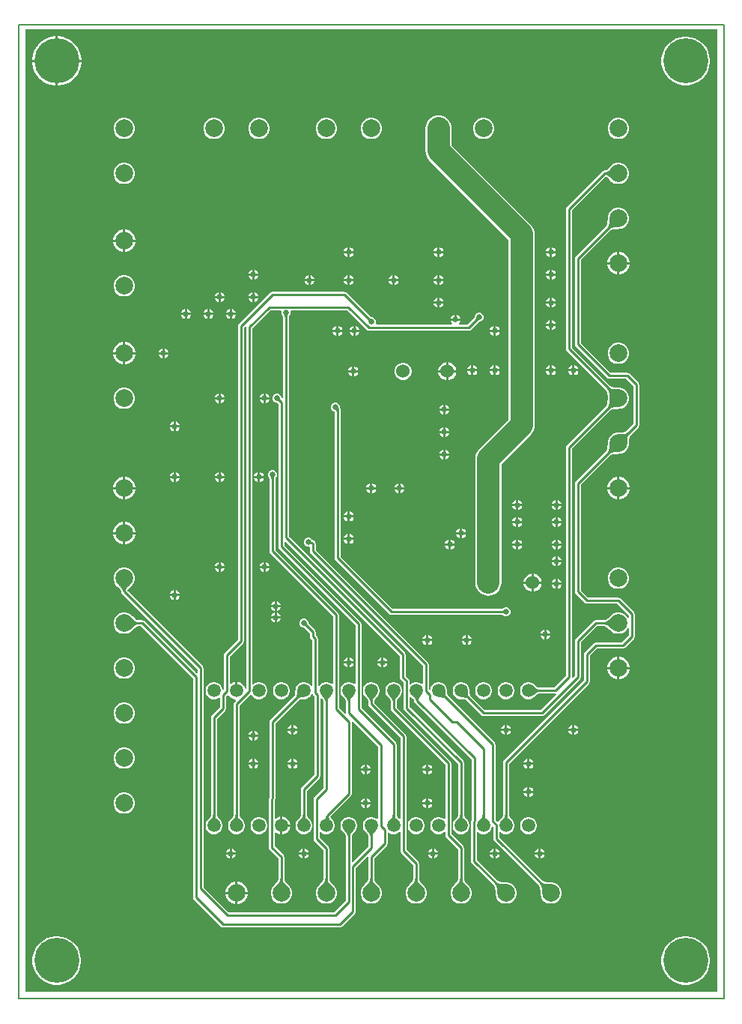
<source format=gbl>
G04*
G04 #@! TF.GenerationSoftware,Altium Limited,Altium Designer,22.3.1 (43)*
G04*
G04 Layer_Physical_Order=2*
G04 Layer_Color=16711680*
%FSLAX25Y25*%
%MOIN*%
G70*
G04*
G04 #@! TF.SameCoordinates,142BF1C5-0EC6-4A49-94C7-97FE39397288*
G04*
G04*
G04 #@! TF.FilePolarity,Positive*
G04*
G01*
G75*
%ADD10C,0.01000*%
%ADD13C,0.00787*%
%ADD45C,0.10000*%
%ADD49C,0.05906*%
%ADD50C,0.20000*%
%ADD51C,0.07874*%
%ADD52C,0.06000*%
%ADD53C,0.02500*%
G36*
X664000Y96000D02*
X356000D01*
X356000Y524000D01*
X664000D01*
X664000Y96000D01*
D02*
G37*
%LPC*%
G36*
X370866Y521000D02*
X370500D01*
Y510500D01*
X381000D01*
Y510866D01*
X380729Y512576D01*
X380194Y514222D01*
X379408Y515765D01*
X378390Y517166D01*
X377166Y518390D01*
X375765Y519408D01*
X374222Y520194D01*
X372576Y520729D01*
X370866Y521000D01*
D02*
G37*
G36*
X369500D02*
X369134D01*
X367424Y520729D01*
X365777Y520194D01*
X364235Y519408D01*
X362834Y518390D01*
X361610Y517166D01*
X360592Y515765D01*
X359806Y514222D01*
X359271Y512576D01*
X359000Y510866D01*
Y510500D01*
X369500D01*
Y521000D01*
D02*
G37*
G36*
X650850Y520800D02*
X649150D01*
X647471Y520534D01*
X645854Y520009D01*
X644340Y519237D01*
X642964Y518238D01*
X641762Y517036D01*
X640763Y515660D01*
X639991Y514146D01*
X639466Y512529D01*
X639200Y510850D01*
Y509150D01*
X639466Y507471D01*
X639991Y505854D01*
X640763Y504340D01*
X641762Y502964D01*
X642964Y501762D01*
X644340Y500763D01*
X645854Y499991D01*
X647471Y499466D01*
X649150Y499200D01*
X650850D01*
X652529Y499466D01*
X654146Y499991D01*
X655660Y500763D01*
X657036Y501762D01*
X658238Y502964D01*
X659237Y504340D01*
X660009Y505854D01*
X660534Y507471D01*
X660800Y509150D01*
Y510850D01*
X660534Y512529D01*
X660009Y514146D01*
X659237Y515660D01*
X658238Y517036D01*
X657036Y518238D01*
X655660Y519237D01*
X654146Y520009D01*
X652529Y520534D01*
X650850Y520800D01*
D02*
G37*
G36*
X381000Y509500D02*
X370500D01*
Y499000D01*
X370866D01*
X372576Y499271D01*
X374222Y499806D01*
X375765Y500592D01*
X377166Y501610D01*
X378390Y502834D01*
X379408Y504235D01*
X380194Y505778D01*
X380729Y507424D01*
X381000Y509134D01*
Y509500D01*
D02*
G37*
G36*
X369500D02*
X359000D01*
Y509134D01*
X359271Y507424D01*
X359806Y505778D01*
X360592Y504235D01*
X361610Y502834D01*
X362834Y501610D01*
X364235Y500592D01*
X365777Y499806D01*
X367424Y499271D01*
X369134Y499000D01*
X369500D01*
Y509500D01*
D02*
G37*
G36*
X490624Y484737D02*
X489376D01*
X488172Y484414D01*
X487091Y483791D01*
X486209Y482909D01*
X485586Y481829D01*
X485263Y480624D01*
Y479377D01*
X485586Y478172D01*
X486209Y477092D01*
X487091Y476210D01*
X488172Y475586D01*
X489376Y475263D01*
X490624D01*
X491828Y475586D01*
X492909Y476210D01*
X493790Y477092D01*
X494414Y478172D01*
X494737Y479377D01*
Y480624D01*
X494414Y481829D01*
X493790Y482909D01*
X492909Y483791D01*
X491828Y484414D01*
X490624Y484737D01*
D02*
G37*
G36*
X440624D02*
X439376D01*
X438172Y484414D01*
X437091Y483791D01*
X436209Y482909D01*
X435586Y481829D01*
X435263Y480624D01*
Y479377D01*
X435586Y478172D01*
X436209Y477092D01*
X437091Y476210D01*
X438172Y475586D01*
X439376Y475263D01*
X440624D01*
X441828Y475586D01*
X442909Y476210D01*
X443790Y477092D01*
X444414Y478172D01*
X444737Y479377D01*
Y480624D01*
X444414Y481829D01*
X443790Y482909D01*
X442909Y483791D01*
X441828Y484414D01*
X440624Y484737D01*
D02*
G37*
G36*
X620624Y484737D02*
X619376D01*
X618172Y484414D01*
X617091Y483790D01*
X616210Y482909D01*
X615586Y481828D01*
X615263Y480624D01*
Y479376D01*
X615586Y478172D01*
X616210Y477091D01*
X617091Y476209D01*
X618172Y475586D01*
X619376Y475263D01*
X620624D01*
X621828Y475586D01*
X622909Y476209D01*
X623791Y477091D01*
X624414Y478172D01*
X624737Y479376D01*
Y480624D01*
X624414Y481828D01*
X623791Y482909D01*
X622909Y483790D01*
X621828Y484414D01*
X620624Y484737D01*
D02*
G37*
G36*
X510624D02*
X509376D01*
X508172Y484414D01*
X507091Y483790D01*
X506210Y482909D01*
X505586Y481828D01*
X505263Y480624D01*
Y479376D01*
X505586Y478172D01*
X506210Y477091D01*
X507091Y476209D01*
X508172Y475586D01*
X509376Y475263D01*
X510624D01*
X511828Y475586D01*
X512909Y476209D01*
X513791Y477091D01*
X514414Y478172D01*
X514737Y479376D01*
Y480624D01*
X514414Y481828D01*
X513791Y482909D01*
X512909Y483790D01*
X511828Y484414D01*
X510624Y484737D01*
D02*
G37*
G36*
X460624D02*
X459376D01*
X458172Y484414D01*
X457091Y483790D01*
X456210Y482909D01*
X455586Y481828D01*
X455263Y480624D01*
Y479376D01*
X455586Y478172D01*
X456210Y477091D01*
X457091Y476209D01*
X458172Y475586D01*
X459376Y475263D01*
X460624D01*
X461828Y475586D01*
X462909Y476209D01*
X463791Y477091D01*
X464414Y478172D01*
X464737Y479376D01*
Y480624D01*
X464414Y481828D01*
X463791Y482909D01*
X462909Y483790D01*
X461828Y484414D01*
X460624Y484737D01*
D02*
G37*
G36*
X400624D02*
X399376D01*
X398172Y484414D01*
X397091Y483790D01*
X396210Y482909D01*
X395586Y481828D01*
X395263Y480624D01*
Y479376D01*
X395586Y478172D01*
X396210Y477091D01*
X397091Y476209D01*
X398172Y475586D01*
X399376Y475263D01*
X400624D01*
X401828Y475586D01*
X402909Y476209D01*
X403791Y477091D01*
X404414Y478172D01*
X404737Y479376D01*
Y480624D01*
X404414Y481828D01*
X403791Y482909D01*
X402909Y483790D01*
X401828Y484414D01*
X400624Y484737D01*
D02*
G37*
G36*
X560624Y484737D02*
X559376D01*
X558172Y484414D01*
X557091Y483790D01*
X556210Y482908D01*
X555586Y481828D01*
X555263Y480623D01*
Y479376D01*
X555586Y478171D01*
X556210Y477091D01*
X557091Y476209D01*
X558172Y475586D01*
X559376Y475263D01*
X560624D01*
X561828Y475586D01*
X562909Y476209D01*
X563791Y477091D01*
X564414Y478171D01*
X564737Y479376D01*
Y480623D01*
X564414Y481828D01*
X563791Y482908D01*
X562909Y483790D01*
X561828Y484414D01*
X560624Y484737D01*
D02*
G37*
G36*
X620623Y464737D02*
X619376D01*
X618171Y464414D01*
X617091Y463791D01*
X616209Y462909D01*
X616131Y462773D01*
X615970Y462575D01*
X615708Y462285D01*
X615455Y462036D01*
X615210Y461828D01*
X614977Y461658D01*
X614757Y461527D01*
X614550Y461431D01*
X614357Y461366D01*
X614175Y461329D01*
X614118Y461326D01*
X614000D01*
X613493Y461225D01*
X613063Y460937D01*
X597063Y444937D01*
X596775Y444507D01*
X596674Y444000D01*
Y382000D01*
X596775Y381492D01*
X597063Y381062D01*
X614685Y363440D01*
X614717Y363402D01*
X614807Y363254D01*
X614900Y363048D01*
X614989Y362782D01*
X615068Y362459D01*
X615132Y362100D01*
X615244Y360615D01*
X615247Y360036D01*
X615254Y360000D01*
X615247Y359964D01*
X615244Y359376D01*
X615187Y358343D01*
X615135Y357919D01*
X615068Y357541D01*
X614989Y357218D01*
X614900Y356952D01*
X614807Y356746D01*
X614717Y356598D01*
X614685Y356560D01*
X597063Y338938D01*
X596775Y338508D01*
X596674Y338000D01*
Y236549D01*
X591451Y231326D01*
X584582D01*
X584462Y231351D01*
X584314Y231401D01*
X584140Y231480D01*
X583943Y231590D01*
X583726Y231732D01*
X583499Y231903D01*
X582966Y232368D01*
X582681Y232648D01*
X582617Y232690D01*
X582304Y233003D01*
X581449Y233497D01*
X580494Y233753D01*
X579506D01*
X578551Y233497D01*
X577696Y233003D01*
X576997Y232304D01*
X576503Y231449D01*
X576247Y230494D01*
Y229506D01*
X576503Y228552D01*
X576997Y227696D01*
X577696Y226997D01*
X578551Y226503D01*
X579506Y226247D01*
X580494D01*
X581449Y226503D01*
X582304Y226997D01*
X582617Y227310D01*
X582681Y227352D01*
X582966Y227632D01*
X583499Y228098D01*
X583726Y228268D01*
X583943Y228411D01*
X584140Y228520D01*
X584314Y228599D01*
X584462Y228649D01*
X584582Y228675D01*
X592000D01*
X592116Y228698D01*
X592362Y228237D01*
X585451Y221325D01*
X560549D01*
X554178Y227697D01*
X554111Y227800D01*
X554041Y227940D01*
X553974Y228119D01*
X553912Y228336D01*
X553860Y228590D01*
X553819Y228871D01*
X553771Y229577D01*
X553768Y229977D01*
X553753Y230052D01*
Y230494D01*
X553497Y231449D01*
X553003Y232304D01*
X552304Y233003D01*
X551448Y233497D01*
X550494Y233753D01*
X549506D01*
X548552Y233497D01*
X547696Y233003D01*
X546997Y232304D01*
X546503Y231449D01*
X546247Y230494D01*
Y229506D01*
X546503Y228552D01*
X546997Y227696D01*
X547696Y226997D01*
X548552Y226503D01*
X549506Y226247D01*
X549948D01*
X550024Y226232D01*
X550423Y226229D01*
X551129Y226181D01*
X551410Y226140D01*
X551664Y226088D01*
X551881Y226026D01*
X552060Y225959D01*
X552200Y225889D01*
X552303Y225822D01*
X559063Y219063D01*
X559493Y218775D01*
X560000Y218674D01*
X586000D01*
X586507Y218775D01*
X586937Y219063D01*
X602937Y235063D01*
X603225Y235493D01*
X603326Y236000D01*
Y251451D01*
X610549Y258675D01*
X613809D01*
X613858Y258670D01*
X614027Y258629D01*
X614239Y258549D01*
X614489Y258424D01*
X614774Y258252D01*
X615073Y258043D01*
X616202Y257073D01*
X616614Y256665D01*
X616679Y256622D01*
X617091Y256209D01*
X618171Y255586D01*
X619376Y255263D01*
X620623D01*
X621828Y255586D01*
X622908Y256209D01*
X623790Y257091D01*
X624174Y257757D01*
X624675Y257623D01*
Y254549D01*
X621451Y251325D01*
X610000D01*
X609493Y251225D01*
X609063Y250937D01*
X605063Y246937D01*
X604775Y246507D01*
X604674Y246000D01*
Y234549D01*
X569063Y198937D01*
X568775Y198507D01*
X568675Y198000D01*
Y174582D01*
X568649Y174462D01*
X568599Y174314D01*
X568520Y174140D01*
X568410Y173943D01*
X568268Y173726D01*
X568097Y173499D01*
X567632Y172966D01*
X567352Y172681D01*
X567310Y172617D01*
X566997Y172304D01*
X566734Y171848D01*
X566109Y171766D01*
X565325Y172549D01*
Y206000D01*
X565225Y206507D01*
X564937Y206937D01*
X544177Y227697D01*
X544111Y227800D01*
X544041Y227940D01*
X543974Y228119D01*
X543912Y228336D01*
X543860Y228590D01*
X543819Y228871D01*
X543771Y229577D01*
X543768Y229977D01*
X543753Y230052D01*
Y230494D01*
X543497Y231449D01*
X543003Y232304D01*
X542304Y233003D01*
X541448Y233497D01*
X540494Y233753D01*
X539506D01*
X538552Y233497D01*
X537696Y233003D01*
X536997Y232304D01*
X536503Y231449D01*
X536281Y230619D01*
X535942Y230433D01*
X535747Y230394D01*
X535578Y230521D01*
Y241747D01*
X535477Y242254D01*
X535190Y242685D01*
X485325Y292549D01*
Y295414D01*
X485225Y295921D01*
X484937Y296352D01*
X484505Y296784D01*
X484074Y297072D01*
X483748Y297136D01*
X483738Y297161D01*
X483161Y297738D01*
X482408Y298050D01*
X481592D01*
X480839Y297738D01*
X480262Y297161D01*
X479950Y296408D01*
Y295592D01*
X480262Y294839D01*
X480839Y294262D01*
X481592Y293950D01*
X482408D01*
X482675Y293772D01*
Y292000D01*
X482775Y291493D01*
X483063Y291063D01*
X532927Y241198D01*
Y233033D01*
X532465Y232842D01*
X532304Y233003D01*
X531449Y233497D01*
X530494Y233753D01*
X529506D01*
X528551Y233497D01*
X527696Y233003D01*
X527535Y232842D01*
X527073Y233033D01*
Y234253D01*
X526972Y234760D01*
X526685Y235190D01*
X525325Y236549D01*
Y246000D01*
X525325Y246000D01*
X525225Y246507D01*
X524937Y246937D01*
X473325Y298549D01*
Y396249D01*
X473334Y396299D01*
X473345Y396346D01*
X473358Y396387D01*
X473373Y396421D01*
X473388Y396450D01*
X473405Y396476D01*
X473424Y396500D01*
X473471Y396550D01*
X473506Y396607D01*
X473738Y396839D01*
X474050Y397592D01*
Y398408D01*
X473919Y398725D01*
X474253Y399224D01*
X499295D01*
X508006Y390513D01*
X508436Y390225D01*
X508944Y390125D01*
X553450D01*
X553957Y390225D01*
X554387Y390513D01*
X557699Y393825D01*
X557740Y393854D01*
X557782Y393880D01*
X557820Y393899D01*
X557854Y393913D01*
X557885Y393922D01*
X557916Y393929D01*
X557947Y393933D01*
X558015Y393935D01*
X558080Y393950D01*
X558408D01*
X559161Y394262D01*
X559738Y394839D01*
X560050Y395592D01*
Y396408D01*
X559738Y397161D01*
X559161Y397738D01*
X558408Y398050D01*
X557592D01*
X556839Y397738D01*
X556262Y397161D01*
X555950Y396408D01*
Y396080D01*
X555935Y396015D01*
X555933Y395947D01*
X555929Y395916D01*
X555922Y395885D01*
X555912Y395854D01*
X555899Y395820D01*
X555880Y395782D01*
X555854Y395740D01*
X555825Y395699D01*
X552901Y392776D01*
X549165D01*
X548957Y393275D01*
X549407Y393725D01*
X549728Y394500D01*
X545272D01*
X545592Y393725D01*
X546043Y393275D01*
X545835Y392776D01*
X512253D01*
X511919Y393275D01*
X512050Y393592D01*
Y394408D01*
X511738Y395161D01*
X511161Y395738D01*
X510408Y396050D01*
X510080D01*
X510015Y396065D01*
X509947Y396067D01*
X509916Y396071D01*
X509885Y396078D01*
X509854Y396088D01*
X509820Y396101D01*
X509782Y396120D01*
X509740Y396146D01*
X509699Y396175D01*
X498937Y406937D01*
X498507Y407225D01*
X498000Y407326D01*
X466000D01*
X465493Y407225D01*
X465063Y406937D01*
X451063Y392937D01*
X450775Y392507D01*
X450674Y392000D01*
Y252549D01*
X444810Y246685D01*
X444523Y246254D01*
X444422Y245747D01*
Y230521D01*
X444253Y230394D01*
X444058Y230433D01*
X443719Y230619D01*
X443497Y231449D01*
X443003Y232304D01*
X442304Y233003D01*
X441448Y233497D01*
X440494Y233753D01*
X439506D01*
X438552Y233497D01*
X437696Y233003D01*
X436997Y232304D01*
X436503Y231449D01*
X436247Y230494D01*
Y229506D01*
X436503Y228552D01*
X436997Y227696D01*
X437696Y226997D01*
X438552Y226503D01*
X439506Y226247D01*
X440494D01*
X441448Y226503D01*
X442174Y226922D01*
X442674Y226721D01*
Y222549D01*
X439063Y218937D01*
X438775Y218507D01*
X438674Y218000D01*
Y174582D01*
X438649Y174462D01*
X438599Y174314D01*
X438520Y174140D01*
X438411Y173943D01*
X438268Y173726D01*
X438097Y173499D01*
X437632Y172966D01*
X437352Y172681D01*
X437310Y172617D01*
X436997Y172304D01*
X436503Y171449D01*
X436247Y170494D01*
Y169506D01*
X436503Y168552D01*
X436997Y167696D01*
X437696Y166997D01*
X438552Y166503D01*
X439506Y166247D01*
X440494D01*
X441448Y166503D01*
X442304Y166997D01*
X443003Y167696D01*
X443497Y168552D01*
X443753Y169506D01*
Y170494D01*
X443497Y171449D01*
X443003Y172304D01*
X442690Y172617D01*
X442648Y172681D01*
X442368Y172966D01*
X441902Y173499D01*
X441732Y173726D01*
X441589Y173943D01*
X441479Y174140D01*
X441401Y174314D01*
X441351Y174462D01*
X441326Y174582D01*
Y217451D01*
X444937Y221063D01*
X445225Y221493D01*
X445326Y222000D01*
Y227437D01*
X446043Y228154D01*
X446539Y228089D01*
X446837Y227573D01*
X447573Y226837D01*
X448474Y226317D01*
X449480Y226047D01*
X449534D01*
X449725Y225585D01*
X449063Y224923D01*
X448775Y224493D01*
X448674Y223986D01*
Y174582D01*
X448649Y174462D01*
X448599Y174314D01*
X448520Y174140D01*
X448411Y173943D01*
X448268Y173726D01*
X448098Y173499D01*
X447632Y172966D01*
X447352Y172681D01*
X447310Y172617D01*
X446997Y172304D01*
X446503Y171449D01*
X446247Y170494D01*
Y169506D01*
X446503Y168552D01*
X446997Y167696D01*
X447696Y166997D01*
X448552Y166503D01*
X449506Y166247D01*
X450494D01*
X451448Y166503D01*
X452304Y166997D01*
X453003Y167696D01*
X453497Y168552D01*
X453753Y169506D01*
Y170494D01*
X453497Y171449D01*
X453003Y172304D01*
X452690Y172617D01*
X452648Y172681D01*
X452368Y172966D01*
X451902Y173499D01*
X451732Y173726D01*
X451589Y173943D01*
X451479Y174140D01*
X451401Y174314D01*
X451351Y174462D01*
X451326Y174582D01*
Y223437D01*
X456114Y228225D01*
X456739Y228143D01*
X456997Y227696D01*
X457696Y226997D01*
X458552Y226503D01*
X459506Y226247D01*
X460494D01*
X461448Y226503D01*
X462304Y226997D01*
X463003Y227696D01*
X463497Y228552D01*
X463753Y229506D01*
Y230494D01*
X463497Y231449D01*
X463003Y232304D01*
X462304Y233003D01*
X461448Y233497D01*
X460494Y233753D01*
X459506D01*
X458552Y233497D01*
X457696Y233003D01*
X457535Y232842D01*
X457073Y233033D01*
Y391065D01*
X465232Y399224D01*
X469747D01*
X470081Y398725D01*
X469950Y398408D01*
Y397592D01*
X470262Y396839D01*
X470494Y396607D01*
X470529Y396550D01*
X470576Y396500D01*
X470595Y396476D01*
X470612Y396450D01*
X470627Y396421D01*
X470642Y396387D01*
X470655Y396346D01*
X470666Y396299D01*
X470675Y396249D01*
Y360271D01*
X470667Y360256D01*
X470214Y360001D01*
X470175Y360001D01*
X470050Y360136D01*
Y360408D01*
X469738Y361161D01*
X469161Y361738D01*
X468408Y362050D01*
X467592D01*
X466839Y361738D01*
X466262Y361161D01*
X465950Y360408D01*
Y359592D01*
X466262Y358839D01*
X466839Y358262D01*
X467592Y357950D01*
X467920D01*
X467985Y357935D01*
X468053Y357933D01*
X468084Y357929D01*
X468115Y357922D01*
X468146Y357912D01*
X468180Y357899D01*
X468218Y357880D01*
X468260Y357854D01*
X468301Y357825D01*
X468675Y357451D01*
Y294000D01*
X468775Y293493D01*
X469063Y293063D01*
X502927Y259198D01*
Y233033D01*
X502465Y232842D01*
X502304Y233003D01*
X501448Y233497D01*
X500494Y233753D01*
X499506D01*
X498552Y233497D01*
X497696Y233003D01*
X496997Y232304D01*
X496503Y231449D01*
X496247Y230494D01*
Y229506D01*
X496503Y228552D01*
X496997Y227696D01*
X497310Y227383D01*
X497352Y227319D01*
X497632Y227034D01*
X498098Y226501D01*
X498268Y226274D01*
X498411Y226057D01*
X498521Y225860D01*
X498599Y225686D01*
X498649Y225538D01*
X498674Y225418D01*
Y220000D01*
X498698Y219884D01*
X498237Y219638D01*
X495578Y222296D01*
Y263747D01*
X495477Y264254D01*
X495190Y264685D01*
X467325Y292549D01*
Y324249D01*
X467334Y324299D01*
X467345Y324346D01*
X467358Y324387D01*
X467373Y324420D01*
X467388Y324450D01*
X467405Y324476D01*
X467424Y324500D01*
X467471Y324550D01*
X467506Y324607D01*
X467738Y324839D01*
X468050Y325592D01*
Y326408D01*
X467738Y327161D01*
X467161Y327738D01*
X466408Y328050D01*
X465592D01*
X464839Y327738D01*
X464262Y327161D01*
X463950Y326408D01*
Y325592D01*
X464262Y324839D01*
X464494Y324607D01*
X464529Y324550D01*
X464576Y324500D01*
X464595Y324476D01*
X464612Y324450D01*
X464627Y324420D01*
X464642Y324387D01*
X464655Y324346D01*
X464666Y324299D01*
X464675Y324249D01*
Y292000D01*
X464775Y291493D01*
X465063Y291063D01*
X492927Y263198D01*
Y233033D01*
X492465Y232842D01*
X492304Y233003D01*
X491448Y233497D01*
X490494Y233753D01*
X489506D01*
X488552Y233497D01*
X487696Y233003D01*
X486997Y232304D01*
X486826Y232007D01*
X486326Y232141D01*
Y253000D01*
X486225Y253507D01*
X485937Y253937D01*
X485325Y254549D01*
Y256000D01*
X485225Y256507D01*
X484937Y256937D01*
X482175Y259699D01*
X482146Y259740D01*
X482120Y259782D01*
X482101Y259820D01*
X482088Y259854D01*
X482078Y259885D01*
X482071Y259916D01*
X482067Y259947D01*
X482065Y260015D01*
X482050Y260080D01*
Y260408D01*
X481738Y261161D01*
X481161Y261738D01*
X480408Y262050D01*
X479592D01*
X478839Y261738D01*
X478262Y261161D01*
X477950Y260408D01*
Y259592D01*
X478262Y258839D01*
X478839Y258262D01*
X479592Y257950D01*
X479920D01*
X479985Y257935D01*
X480053Y257933D01*
X480084Y257929D01*
X480115Y257922D01*
X480146Y257912D01*
X480180Y257899D01*
X480218Y257880D01*
X480260Y257854D01*
X480301Y257825D01*
X482675Y255451D01*
Y254000D01*
X482775Y253493D01*
X483063Y253063D01*
X483674Y252451D01*
Y232141D01*
X483175Y232007D01*
X483003Y232304D01*
X482304Y233003D01*
X481449Y233497D01*
X480494Y233753D01*
X479506D01*
X478551Y233497D01*
X477696Y233003D01*
X476997Y232304D01*
X476503Y231449D01*
X476247Y230494D01*
Y230052D01*
X476232Y229977D01*
X476229Y229577D01*
X476181Y228871D01*
X476140Y228590D01*
X476088Y228336D01*
X476026Y228119D01*
X475959Y227940D01*
X475889Y227800D01*
X475822Y227697D01*
X465063Y216937D01*
X464775Y216507D01*
X464675Y216000D01*
Y182482D01*
X464523Y182255D01*
X464422Y181747D01*
Y160253D01*
X464523Y159746D01*
X464810Y159316D01*
X468675Y155451D01*
Y146191D01*
X468670Y146142D01*
X468629Y145973D01*
X468549Y145761D01*
X468424Y145511D01*
X468252Y145226D01*
X468043Y144927D01*
X467073Y143798D01*
X466665Y143386D01*
X466622Y143321D01*
X466210Y142909D01*
X465586Y141828D01*
X465263Y140624D01*
Y139376D01*
X465586Y138172D01*
X466210Y137091D01*
X467091Y136209D01*
X468172Y135586D01*
X469376Y135263D01*
X470624D01*
X471828Y135586D01*
X472909Y136209D01*
X473791Y137091D01*
X474414Y138172D01*
X474737Y139376D01*
Y140624D01*
X474414Y141828D01*
X473791Y142909D01*
X473378Y143321D01*
X473335Y143386D01*
X472921Y143804D01*
X472231Y144575D01*
X471968Y144911D01*
X471748Y145226D01*
X471576Y145511D01*
X471451Y145761D01*
X471371Y145973D01*
X471330Y146142D01*
X471325Y146191D01*
Y156000D01*
X471225Y156507D01*
X470937Y156937D01*
X467073Y160802D01*
Y166684D01*
X467535Y166875D01*
X467573Y166837D01*
X468474Y166317D01*
X469480Y166047D01*
X469500D01*
Y170000D01*
Y173953D01*
X469480D01*
X468474Y173683D01*
X467573Y173163D01*
X467535Y173125D01*
X467073Y173316D01*
Y181265D01*
X467225Y181493D01*
X467325Y182000D01*
Y215451D01*
X477697Y225822D01*
X477800Y225889D01*
X477940Y225959D01*
X478119Y226026D01*
X478336Y226088D01*
X478590Y226140D01*
X478871Y226181D01*
X479577Y226229D01*
X479977Y226232D01*
X480052Y226247D01*
X480494D01*
X481449Y226503D01*
X482304Y226997D01*
X483003Y227696D01*
X483343Y228285D01*
X483913Y228272D01*
X484063Y228048D01*
X484675Y227437D01*
Y192549D01*
X479063Y186937D01*
X478775Y186507D01*
X478675Y186000D01*
Y174582D01*
X478649Y174462D01*
X478599Y174314D01*
X478520Y174140D01*
X478410Y173943D01*
X478268Y173726D01*
X478097Y173499D01*
X477632Y172966D01*
X477352Y172681D01*
X477310Y172617D01*
X476997Y172304D01*
X476503Y171449D01*
X476247Y170494D01*
Y169506D01*
X476503Y168552D01*
X476997Y167696D01*
X477696Y166997D01*
X478551Y166503D01*
X479506Y166247D01*
X480494D01*
X481449Y166503D01*
X482304Y166997D01*
X483003Y167696D01*
X483497Y168552D01*
X483753Y169506D01*
Y170494D01*
X483497Y171449D01*
X483003Y172304D01*
X482690Y172617D01*
X482648Y172681D01*
X482368Y172966D01*
X481903Y173499D01*
X481732Y173726D01*
X481590Y173943D01*
X481480Y174140D01*
X481401Y174314D01*
X481351Y174462D01*
X481325Y174582D01*
Y185451D01*
X486937Y191063D01*
X487225Y191493D01*
X487325Y192000D01*
Y226626D01*
X487825Y226813D01*
X488097Y226501D01*
X488268Y226274D01*
X488411Y226057D01*
X488520Y225860D01*
X488599Y225686D01*
X488649Y225538D01*
X488674Y225418D01*
Y186549D01*
X484810Y182685D01*
X484523Y182255D01*
X484422Y181747D01*
Y163930D01*
X484523Y163423D01*
X484810Y162993D01*
X488674Y159128D01*
Y146191D01*
X488670Y146142D01*
X488629Y145973D01*
X488549Y145761D01*
X488424Y145511D01*
X488252Y145226D01*
X488043Y144927D01*
X487073Y143798D01*
X486665Y143386D01*
X486622Y143321D01*
X486209Y142909D01*
X485586Y141828D01*
X485263Y140624D01*
Y139376D01*
X485586Y138172D01*
X486209Y137091D01*
X487091Y136209D01*
X488172Y135586D01*
X489376Y135263D01*
X490624D01*
X491828Y135586D01*
X492909Y136209D01*
X493790Y137091D01*
X494414Y138172D01*
X494737Y139376D01*
Y140624D01*
X494414Y141828D01*
X493790Y142909D01*
X493378Y143321D01*
X493335Y143386D01*
X492921Y143804D01*
X492231Y144575D01*
X491968Y144911D01*
X491748Y145226D01*
X491576Y145511D01*
X491451Y145761D01*
X491371Y145973D01*
X491330Y146142D01*
X491326Y146191D01*
Y159677D01*
X491225Y160185D01*
X490937Y160615D01*
X487073Y164479D01*
Y166967D01*
X487535Y167158D01*
X487696Y166997D01*
X488552Y166503D01*
X489506Y166247D01*
X490494D01*
X491448Y166503D01*
X492304Y166997D01*
X493003Y167696D01*
X493497Y168552D01*
X493753Y169506D01*
Y170494D01*
X493497Y171449D01*
X493003Y172304D01*
X492795Y172513D01*
X492788Y172527D01*
X492755Y172557D01*
X492732Y172596D01*
X492523Y172824D01*
X492352Y173033D01*
X492205Y173235D01*
X492081Y173430D01*
X491981Y173618D01*
X491901Y173798D01*
X491843Y173968D01*
X500937Y183063D01*
X501225Y183493D01*
X501326Y184000D01*
Y216000D01*
X501302Y216116D01*
X501763Y216362D01*
X512927Y205198D01*
Y173033D01*
X512465Y172842D01*
X512304Y173003D01*
X511448Y173497D01*
X510494Y173753D01*
X509506D01*
X508552Y173497D01*
X507696Y173003D01*
X506997Y172304D01*
X506503Y171449D01*
X506247Y170494D01*
Y169506D01*
X506503Y168552D01*
X506997Y167696D01*
X507310Y167383D01*
X507352Y167319D01*
X507632Y167034D01*
X508098Y166501D01*
X508268Y166274D01*
X508411Y166057D01*
X508521Y165860D01*
X508599Y165686D01*
X508649Y165538D01*
X508674Y165418D01*
Y160549D01*
X501787Y153662D01*
X501326Y153853D01*
Y165418D01*
X501351Y165538D01*
X501401Y165686D01*
X501480Y165860D01*
X501589Y166057D01*
X501732Y166274D01*
X501902Y166501D01*
X502368Y167034D01*
X502648Y167319D01*
X502690Y167383D01*
X503003Y167696D01*
X503497Y168552D01*
X503753Y169506D01*
Y170494D01*
X503497Y171449D01*
X503003Y172304D01*
X502304Y173003D01*
X501448Y173497D01*
X500494Y173753D01*
X499506D01*
X498552Y173497D01*
X497696Y173003D01*
X496997Y172304D01*
X496503Y171449D01*
X496247Y170494D01*
Y169506D01*
X496503Y168552D01*
X496997Y167696D01*
X497310Y167383D01*
X497352Y167319D01*
X497632Y167034D01*
X498098Y166501D01*
X498268Y166274D01*
X498411Y166057D01*
X498521Y165860D01*
X498599Y165686D01*
X498649Y165538D01*
X498674Y165418D01*
Y136549D01*
X493451Y131325D01*
X446549D01*
X435325Y142549D01*
Y240000D01*
X435225Y240507D01*
X434937Y240937D01*
X401404Y274470D01*
X401431Y274550D01*
X401527Y274757D01*
X401658Y274977D01*
X401828Y275211D01*
X402036Y275455D01*
X402285Y275709D01*
X402575Y275971D01*
X402773Y276131D01*
X402909Y276209D01*
X403791Y277091D01*
X404414Y278172D01*
X404737Y279376D01*
Y280624D01*
X404414Y281828D01*
X403791Y282909D01*
X402909Y283790D01*
X401828Y284414D01*
X400624Y284737D01*
X399376D01*
X398172Y284414D01*
X397091Y283790D01*
X396210Y282909D01*
X395586Y281828D01*
X395263Y280624D01*
Y279376D01*
X395586Y278172D01*
X396210Y277091D01*
X397091Y276209D01*
X397227Y276131D01*
X397425Y275971D01*
X397715Y275709D01*
X397964Y275455D01*
X398172Y275211D01*
X398341Y274977D01*
X398473Y274757D01*
X398569Y274550D01*
X398634Y274357D01*
X398671Y274174D01*
X398675Y274118D01*
Y274000D01*
X398775Y273493D01*
X399063Y273063D01*
X432675Y239451D01*
Y237853D01*
X432213Y237662D01*
X408937Y260937D01*
X408507Y261225D01*
X408000Y261326D01*
X406190D01*
X406142Y261330D01*
X405973Y261371D01*
X405761Y261451D01*
X405511Y261576D01*
X405226Y261748D01*
X404926Y261957D01*
X403798Y262927D01*
X403386Y263335D01*
X403321Y263378D01*
X402909Y263790D01*
X401828Y264414D01*
X400624Y264737D01*
X399376D01*
X398172Y264414D01*
X397091Y263790D01*
X396210Y262909D01*
X395586Y261828D01*
X395263Y260624D01*
Y259376D01*
X395586Y258172D01*
X396210Y257091D01*
X397091Y256209D01*
X398172Y255586D01*
X399376Y255263D01*
X400624D01*
X401828Y255586D01*
X402909Y256209D01*
X403321Y256622D01*
X403386Y256665D01*
X403803Y257079D01*
X404575Y257769D01*
X404911Y258032D01*
X405226Y258252D01*
X405511Y258424D01*
X405761Y258549D01*
X405973Y258629D01*
X406142Y258670D01*
X406190Y258675D01*
X407451D01*
X430675Y235451D01*
Y138000D01*
X430775Y137493D01*
X431063Y137063D01*
X443063Y125063D01*
X443493Y124775D01*
X444000Y124674D01*
X496000D01*
X496507Y124775D01*
X496937Y125063D01*
X502737Y130863D01*
X503025Y131293D01*
X503125Y131800D01*
Y151251D01*
X508237Y156362D01*
X508698Y156116D01*
X508674Y156000D01*
Y146191D01*
X508670Y146142D01*
X508629Y145973D01*
X508549Y145761D01*
X508424Y145511D01*
X508252Y145226D01*
X508043Y144927D01*
X507073Y143798D01*
X506665Y143386D01*
X506622Y143321D01*
X506210Y142909D01*
X505586Y141828D01*
X505263Y140624D01*
Y139376D01*
X505586Y138172D01*
X506210Y137091D01*
X507091Y136209D01*
X508172Y135586D01*
X509376Y135263D01*
X510624D01*
X511828Y135586D01*
X512909Y136209D01*
X513791Y137091D01*
X514414Y138172D01*
X514737Y139376D01*
Y140624D01*
X514414Y141828D01*
X513791Y142909D01*
X513378Y143321D01*
X513335Y143386D01*
X512921Y143804D01*
X512231Y144575D01*
X511968Y144911D01*
X511748Y145226D01*
X511576Y145511D01*
X511451Y145761D01*
X511371Y145973D01*
X511330Y146142D01*
X511326Y146191D01*
Y155451D01*
X516937Y161063D01*
X517225Y161493D01*
X517325Y162000D01*
Y166721D01*
X517826Y166922D01*
X518551Y166503D01*
X519506Y166247D01*
X520494D01*
X521449Y166503D01*
X522304Y166997D01*
X522465Y167158D01*
X522927Y166967D01*
Y158804D01*
X523028Y158296D01*
X523315Y157866D01*
X528675Y152507D01*
Y146191D01*
X528670Y146142D01*
X528629Y145973D01*
X528549Y145761D01*
X528424Y145511D01*
X528252Y145226D01*
X528043Y144927D01*
X527073Y143798D01*
X526665Y143386D01*
X526622Y143321D01*
X526209Y142909D01*
X525586Y141828D01*
X525263Y140624D01*
Y139376D01*
X525586Y138172D01*
X526209Y137091D01*
X527091Y136209D01*
X528172Y135586D01*
X529376Y135263D01*
X530624D01*
X531828Y135586D01*
X532909Y136209D01*
X533790Y137091D01*
X534414Y138172D01*
X534737Y139376D01*
Y140624D01*
X534414Y141828D01*
X533790Y142909D01*
X533378Y143321D01*
X533335Y143386D01*
X532921Y143804D01*
X532231Y144575D01*
X531968Y144911D01*
X531748Y145226D01*
X531576Y145511D01*
X531451Y145761D01*
X531371Y145973D01*
X531330Y146142D01*
X531325Y146191D01*
Y153056D01*
X531225Y153564D01*
X530937Y153994D01*
X525578Y159353D01*
Y209747D01*
X525477Y210255D01*
X525190Y210684D01*
X511326Y224549D01*
Y225418D01*
X511351Y225538D01*
X511401Y225686D01*
X511480Y225860D01*
X511589Y226057D01*
X511732Y226274D01*
X511903Y226501D01*
X512368Y227034D01*
X512648Y227319D01*
X512690Y227383D01*
X513003Y227696D01*
X513497Y228552D01*
X513753Y229506D01*
Y230494D01*
X513497Y231449D01*
X513003Y232304D01*
X512304Y233003D01*
X511448Y233497D01*
X510494Y233753D01*
X509506D01*
X508552Y233497D01*
X507696Y233003D01*
X506997Y232304D01*
X506503Y231449D01*
X506247Y230494D01*
Y229506D01*
X506503Y228552D01*
X506997Y227696D01*
X507310Y227383D01*
X507352Y227319D01*
X507632Y227034D01*
X508098Y226501D01*
X508268Y226274D01*
X508411Y226057D01*
X508521Y225860D01*
X508599Y225686D01*
X508649Y225538D01*
X508674Y225418D01*
Y224000D01*
X508775Y223493D01*
X509063Y223063D01*
X522927Y209198D01*
Y173110D01*
X522427Y172905D01*
X522368Y172966D01*
X521903Y173499D01*
X521732Y173726D01*
X521590Y173943D01*
X521480Y174140D01*
X521401Y174314D01*
X521351Y174462D01*
X521325Y174582D01*
Y206000D01*
X521225Y206507D01*
X520937Y206937D01*
X505578Y222296D01*
Y259747D01*
X505477Y260255D01*
X505190Y260684D01*
X471325Y294549D01*
Y296147D01*
X471787Y296338D01*
X522675Y245451D01*
Y236000D01*
X522775Y235493D01*
X523063Y235063D01*
X524422Y233704D01*
Y222253D01*
X524523Y221745D01*
X524810Y221316D01*
X548674Y197451D01*
Y174582D01*
X548649Y174462D01*
X548599Y174314D01*
X548520Y174140D01*
X548411Y173943D01*
X548268Y173726D01*
X548098Y173499D01*
X547632Y172966D01*
X547352Y172681D01*
X547310Y172617D01*
X546997Y172304D01*
X546503Y171449D01*
X546247Y170494D01*
Y169506D01*
X546503Y168552D01*
X546997Y167696D01*
X547696Y166997D01*
X548552Y166503D01*
X549506Y166247D01*
X550494D01*
X551448Y166503D01*
X552304Y166997D01*
X553003Y167696D01*
X553497Y168552D01*
X553753Y169506D01*
Y170494D01*
X553497Y171449D01*
X553003Y172304D01*
X552690Y172617D01*
X552648Y172681D01*
X552368Y172966D01*
X551902Y173499D01*
X551732Y173726D01*
X551589Y173943D01*
X551479Y174140D01*
X551401Y174314D01*
X551351Y174462D01*
X551326Y174582D01*
Y198000D01*
X551225Y198507D01*
X550937Y198937D01*
X527073Y222802D01*
Y226967D01*
X527535Y227158D01*
X527696Y226997D01*
X528087Y226771D01*
X528109Y226747D01*
X528147Y226729D01*
X528178Y226702D01*
X528411Y226565D01*
X528591Y226441D01*
X528740Y226320D01*
X528860Y226202D01*
X528953Y226089D01*
X529023Y225981D01*
X529073Y225876D01*
X529107Y225773D01*
X529127Y225669D01*
Y225547D01*
X529228Y225040D01*
X529516Y224610D01*
X554674Y199451D01*
Y172482D01*
X554523Y172255D01*
X554422Y171747D01*
Y154253D01*
X554523Y153745D01*
X554810Y153315D01*
X564685Y143440D01*
X564717Y143402D01*
X564807Y143254D01*
X564900Y143048D01*
X564989Y142782D01*
X565068Y142459D01*
X565132Y142099D01*
X565245Y140615D01*
X565247Y140036D01*
X565263Y139960D01*
Y139376D01*
X565586Y138172D01*
X566210Y137091D01*
X567091Y136209D01*
X568172Y135586D01*
X569376Y135263D01*
X570624D01*
X571828Y135586D01*
X572909Y136209D01*
X573791Y137091D01*
X574414Y138172D01*
X574737Y139376D01*
Y140624D01*
X574414Y141828D01*
X573791Y142909D01*
X572909Y143791D01*
X571828Y144414D01*
X570624Y144737D01*
X570040D01*
X569964Y144753D01*
X569376Y144755D01*
X568343Y144813D01*
X567919Y144864D01*
X567541Y144931D01*
X567218Y145011D01*
X566952Y145100D01*
X566746Y145193D01*
X566598Y145283D01*
X566560Y145315D01*
X557073Y154802D01*
Y166967D01*
X557535Y167158D01*
X557696Y166997D01*
X558552Y166503D01*
X559506Y166247D01*
X560494D01*
X561448Y166503D01*
X562304Y166997D01*
X563003Y167696D01*
X563497Y168552D01*
X563716Y169369D01*
X564076Y169561D01*
X564253Y169591D01*
X564422Y169465D01*
Y164252D01*
X564523Y163745D01*
X564810Y163315D01*
X584685Y143440D01*
X584717Y143402D01*
X584807Y143254D01*
X584900Y143047D01*
X584989Y142782D01*
X585069Y142459D01*
X585132Y142099D01*
X585245Y140615D01*
X585248Y140035D01*
X585263Y139959D01*
Y139376D01*
X585586Y138171D01*
X586209Y137091D01*
X587091Y136209D01*
X588172Y135585D01*
X589376Y135263D01*
X590624D01*
X591828Y135585D01*
X592909Y136209D01*
X593790Y137091D01*
X594414Y138171D01*
X594737Y139376D01*
Y140623D01*
X594414Y141828D01*
X593790Y142908D01*
X592909Y143790D01*
X591828Y144414D01*
X590624Y144737D01*
X590040D01*
X589964Y144752D01*
X589376Y144755D01*
X588343Y144813D01*
X587919Y144864D01*
X587541Y144931D01*
X587218Y145011D01*
X586952Y145100D01*
X586746Y145193D01*
X586598Y145283D01*
X586560Y145314D01*
X567073Y164802D01*
Y166967D01*
X567535Y167158D01*
X567696Y166997D01*
X568551Y166503D01*
X569506Y166247D01*
X570494D01*
X571449Y166503D01*
X572304Y166997D01*
X573003Y167696D01*
X573497Y168552D01*
X573753Y169506D01*
Y170494D01*
X573497Y171449D01*
X573003Y172304D01*
X572690Y172617D01*
X572648Y172681D01*
X572368Y172966D01*
X571903Y173499D01*
X571732Y173726D01*
X571590Y173943D01*
X571480Y174140D01*
X571401Y174314D01*
X571351Y174462D01*
X571325Y174582D01*
Y197451D01*
X606937Y233063D01*
X607225Y233493D01*
X607326Y234000D01*
Y245451D01*
X610549Y248675D01*
X622000D01*
X622507Y248775D01*
X622937Y249063D01*
X626937Y253063D01*
X627225Y253493D01*
X627325Y254000D01*
Y264000D01*
X627225Y264507D01*
X626937Y264937D01*
X620937Y270937D01*
X620507Y271225D01*
X620000Y271325D01*
X606549D01*
X603326Y274549D01*
Y321451D01*
X616560Y334685D01*
X616598Y334717D01*
X616746Y334807D01*
X616952Y334900D01*
X617218Y334989D01*
X617541Y335068D01*
X617901Y335132D01*
X619384Y335245D01*
X619964Y335247D01*
X620040Y335263D01*
X620624D01*
X621828Y335586D01*
X622909Y336210D01*
X623791Y337091D01*
X624414Y338172D01*
X624737Y339376D01*
Y339960D01*
X624753Y340036D01*
X624755Y340624D01*
X624813Y341657D01*
X624864Y342081D01*
X624931Y342459D01*
X625011Y342782D01*
X625100Y343048D01*
X625193Y343254D01*
X625283Y343402D01*
X625315Y343440D01*
X628937Y347063D01*
X629225Y347493D01*
X629325Y348000D01*
Y366000D01*
X629225Y366507D01*
X628937Y366937D01*
X624937Y370937D01*
X624507Y371225D01*
X624000Y371325D01*
X616549D01*
X603326Y384549D01*
Y421451D01*
X616560Y434685D01*
X616598Y434717D01*
X616746Y434807D01*
X616952Y434900D01*
X617218Y434989D01*
X617541Y435069D01*
X617901Y435132D01*
X619384Y435245D01*
X619964Y435248D01*
X620040Y435263D01*
X620624D01*
X621828Y435586D01*
X622909Y436209D01*
X623791Y437091D01*
X624414Y438172D01*
X624737Y439376D01*
Y440624D01*
X624414Y441828D01*
X623791Y442909D01*
X622909Y443790D01*
X621828Y444414D01*
X620624Y444737D01*
X619376D01*
X618172Y444414D01*
X617091Y443790D01*
X616210Y442909D01*
X615586Y441828D01*
X615263Y440624D01*
Y440040D01*
X615247Y439964D01*
X615245Y439376D01*
X615187Y438343D01*
X615136Y437919D01*
X615068Y437541D01*
X614989Y437218D01*
X614900Y436952D01*
X614807Y436746D01*
X614717Y436598D01*
X614685Y436560D01*
X601063Y422937D01*
X600775Y422507D01*
X600674Y422000D01*
Y384000D01*
X600775Y383493D01*
X601063Y383063D01*
X615063Y369063D01*
X615493Y368775D01*
X616000Y368674D01*
X623451D01*
X626675Y365451D01*
Y348549D01*
X623440Y345315D01*
X623402Y345283D01*
X623254Y345193D01*
X623048Y345100D01*
X622782Y345011D01*
X622459Y344932D01*
X622099Y344868D01*
X620615Y344755D01*
X620036Y344753D01*
X619960Y344737D01*
X619376D01*
X618172Y344414D01*
X617091Y343791D01*
X616210Y342909D01*
X615586Y341828D01*
X615263Y340624D01*
Y340040D01*
X615247Y339964D01*
X615245Y339376D01*
X615187Y338343D01*
X615136Y337919D01*
X615068Y337541D01*
X614989Y337218D01*
X614900Y336952D01*
X614807Y336746D01*
X614717Y336598D01*
X614685Y336560D01*
X601063Y322937D01*
X600775Y322507D01*
X600674Y322000D01*
Y274000D01*
X600775Y273493D01*
X601063Y273063D01*
X605063Y269063D01*
X605493Y268775D01*
X606000Y268674D01*
X619451D01*
X624675Y263451D01*
Y262377D01*
X624174Y262243D01*
X623790Y262909D01*
X622908Y263790D01*
X621828Y264414D01*
X620623Y264737D01*
X619376D01*
X618171Y264414D01*
X617091Y263790D01*
X616679Y263378D01*
X616614Y263335D01*
X616196Y262921D01*
X615424Y262231D01*
X615089Y261968D01*
X614774Y261748D01*
X614489Y261576D01*
X614239Y261451D01*
X614027Y261371D01*
X613858Y261330D01*
X613809Y261326D01*
X610000D01*
X609493Y261225D01*
X609063Y260937D01*
X601063Y252937D01*
X600775Y252507D01*
X600674Y252000D01*
Y236549D01*
X599763Y235638D01*
X599302Y235884D01*
X599326Y236000D01*
Y337451D01*
X616560Y354685D01*
X616597Y354717D01*
X616745Y354807D01*
X616952Y354900D01*
X617218Y354989D01*
X617540Y355068D01*
X617900Y355132D01*
X619384Y355245D01*
X619964Y355247D01*
X620040Y355263D01*
X620623D01*
X621828Y355586D01*
X622908Y356209D01*
X623790Y357091D01*
X624414Y358172D01*
X624737Y359376D01*
Y360624D01*
X624414Y361828D01*
X623790Y362909D01*
X622908Y363790D01*
X621828Y364414D01*
X620623Y364737D01*
X620040D01*
X619964Y364753D01*
X619376Y364755D01*
X618342Y364813D01*
X617918Y364864D01*
X617540Y364932D01*
X617218Y365011D01*
X616952Y365100D01*
X616745Y365193D01*
X616597Y365283D01*
X616560Y365315D01*
X599326Y382549D01*
Y443451D01*
X614470Y458596D01*
X614550Y458569D01*
X614757Y458473D01*
X614977Y458342D01*
X615210Y458173D01*
X615455Y457964D01*
X615708Y457715D01*
X615970Y457425D01*
X616131Y457227D01*
X616209Y457091D01*
X617091Y456210D01*
X618171Y455586D01*
X619376Y455263D01*
X620623D01*
X621828Y455586D01*
X622908Y456210D01*
X623790Y457091D01*
X624414Y458172D01*
X624737Y459376D01*
Y460624D01*
X624414Y461828D01*
X623790Y462909D01*
X622908Y463791D01*
X621828Y464414D01*
X620623Y464737D01*
D02*
G37*
G36*
X400623D02*
X399376D01*
X398171Y464414D01*
X397091Y463791D01*
X396209Y462909D01*
X395585Y461828D01*
X395263Y460624D01*
Y459376D01*
X395585Y458172D01*
X396209Y457091D01*
X397091Y456210D01*
X398171Y455586D01*
X399376Y455263D01*
X400623D01*
X401828Y455586D01*
X402908Y456210D01*
X403790Y457091D01*
X404414Y458172D01*
X404737Y459376D01*
Y460624D01*
X404414Y461828D01*
X403790Y462909D01*
X402908Y463791D01*
X401828Y464414D01*
X400623Y464737D01*
D02*
G37*
G36*
X400650Y434937D02*
X400500D01*
Y430500D01*
X404937D01*
Y430650D01*
X404601Y431906D01*
X403951Y433031D01*
X403031Y433951D01*
X401906Y434601D01*
X400650Y434937D01*
D02*
G37*
G36*
X399500D02*
X399350D01*
X398094Y434601D01*
X396969Y433951D01*
X396049Y433031D01*
X395399Y431906D01*
X395063Y430650D01*
Y430500D01*
X399500D01*
Y434937D01*
D02*
G37*
G36*
X590500Y427228D02*
Y425500D01*
X592228D01*
X591908Y426274D01*
X591274Y426907D01*
X590500Y427228D01*
D02*
G37*
G36*
X589500D02*
X588726Y426907D01*
X588093Y426274D01*
X587772Y425500D01*
X589500D01*
Y427228D01*
D02*
G37*
G36*
X540500D02*
Y425500D01*
X542228D01*
X541908Y426274D01*
X541274Y426907D01*
X540500Y427228D01*
D02*
G37*
G36*
X539500D02*
X538726Y426907D01*
X538093Y426274D01*
X537772Y425500D01*
X539500D01*
Y427228D01*
D02*
G37*
G36*
X500500D02*
Y425500D01*
X502228D01*
X501907Y426274D01*
X501274Y426907D01*
X500500Y427228D01*
D02*
G37*
G36*
X499500D02*
X498726Y426907D01*
X498093Y426274D01*
X497772Y425500D01*
X499500D01*
Y427228D01*
D02*
G37*
G36*
X404937Y429500D02*
X400500D01*
Y425063D01*
X400650D01*
X401906Y425399D01*
X403031Y426049D01*
X403951Y426969D01*
X404601Y428094D01*
X404937Y429350D01*
Y429500D01*
D02*
G37*
G36*
X399500D02*
X395063D01*
Y429350D01*
X395399Y428094D01*
X396049Y426969D01*
X396969Y426049D01*
X398094Y425399D01*
X399350Y425063D01*
X399500D01*
Y429500D01*
D02*
G37*
G36*
X592228Y424500D02*
X590500D01*
Y422772D01*
X591274Y423093D01*
X591908Y423726D01*
X592228Y424500D01*
D02*
G37*
G36*
X589500D02*
X587772D01*
X588093Y423726D01*
X588726Y423093D01*
X589500Y422772D01*
Y424500D01*
D02*
G37*
G36*
X542228D02*
X540500D01*
Y422772D01*
X541274Y423093D01*
X541908Y423726D01*
X542228Y424500D01*
D02*
G37*
G36*
X539500D02*
X537772D01*
X538093Y423726D01*
X538726Y423093D01*
X539500Y422772D01*
Y424500D01*
D02*
G37*
G36*
X502228D02*
X500500D01*
Y422772D01*
X501274Y423093D01*
X501907Y423726D01*
X502228Y424500D01*
D02*
G37*
G36*
X499500D02*
X497772D01*
X498093Y423726D01*
X498726Y423093D01*
X499500Y422772D01*
Y424500D01*
D02*
G37*
G36*
X620650Y424937D02*
X620500D01*
Y420500D01*
X624937D01*
Y420650D01*
X624601Y421906D01*
X623951Y423031D01*
X623031Y423951D01*
X621906Y424601D01*
X620650Y424937D01*
D02*
G37*
G36*
X619500D02*
X619350D01*
X618094Y424601D01*
X616969Y423951D01*
X616049Y423031D01*
X615399Y421906D01*
X615063Y420650D01*
Y420500D01*
X619500D01*
Y424937D01*
D02*
G37*
G36*
X590500Y417228D02*
Y415500D01*
X592228D01*
X591908Y416274D01*
X591274Y416908D01*
X590500Y417228D01*
D02*
G37*
G36*
X589500D02*
X588726Y416908D01*
X588093Y416274D01*
X587772Y415500D01*
X589500D01*
Y417228D01*
D02*
G37*
G36*
X458000D02*
Y415500D01*
X459728D01*
X459408Y416274D01*
X458775Y416908D01*
X458000Y417228D01*
D02*
G37*
G36*
X457000D02*
X456225Y416908D01*
X455592Y416274D01*
X455272Y415500D01*
X457000D01*
Y417228D01*
D02*
G37*
G36*
X624937Y419500D02*
X620500D01*
Y415063D01*
X620650D01*
X621906Y415399D01*
X623031Y416049D01*
X623951Y416969D01*
X624601Y418094D01*
X624937Y419350D01*
Y419500D01*
D02*
G37*
G36*
X619500D02*
X615063D01*
Y419350D01*
X615399Y418094D01*
X616049Y416969D01*
X616969Y416049D01*
X618094Y415399D01*
X619350Y415063D01*
X619500D01*
Y419500D01*
D02*
G37*
G36*
X540500Y414728D02*
Y413000D01*
X542228D01*
X541908Y413774D01*
X541274Y414407D01*
X540500Y414728D01*
D02*
G37*
G36*
X539500D02*
X538726Y414407D01*
X538093Y413774D01*
X537772Y413000D01*
X539500D01*
Y414728D01*
D02*
G37*
G36*
X520500D02*
Y413000D01*
X522228D01*
X521908Y413774D01*
X521275Y414407D01*
X520500Y414728D01*
D02*
G37*
G36*
X519500D02*
X518725Y414407D01*
X518092Y413774D01*
X517772Y413000D01*
X519500D01*
Y414728D01*
D02*
G37*
G36*
X500500D02*
Y413000D01*
X502228D01*
X501907Y413774D01*
X501274Y414407D01*
X500500Y414728D01*
D02*
G37*
G36*
X499500D02*
X498726Y414407D01*
X498093Y413774D01*
X497772Y413000D01*
X499500D01*
Y414728D01*
D02*
G37*
G36*
X483000D02*
Y413000D01*
X484728D01*
X484408Y413774D01*
X483775Y414407D01*
X483000Y414728D01*
D02*
G37*
G36*
X482000D02*
X481225Y414407D01*
X480592Y413774D01*
X480272Y413000D01*
X482000D01*
Y414728D01*
D02*
G37*
G36*
X592228Y414500D02*
X590500D01*
Y412772D01*
X591274Y413093D01*
X591908Y413726D01*
X592228Y414500D01*
D02*
G37*
G36*
X589500D02*
X587772D01*
X588093Y413726D01*
X588726Y413093D01*
X589500Y412772D01*
Y414500D01*
D02*
G37*
G36*
X459728D02*
X458000D01*
Y412772D01*
X458775Y413093D01*
X459408Y413726D01*
X459728Y414500D01*
D02*
G37*
G36*
X457000D02*
X455272D01*
X455592Y413726D01*
X456225Y413093D01*
X457000Y412772D01*
Y414500D01*
D02*
G37*
G36*
X542228Y412000D02*
X540500D01*
Y410272D01*
X541274Y410593D01*
X541908Y411226D01*
X542228Y412000D01*
D02*
G37*
G36*
X539500D02*
X537772D01*
X538093Y411226D01*
X538726Y410593D01*
X539500Y410272D01*
Y412000D01*
D02*
G37*
G36*
X522228D02*
X520500D01*
Y410272D01*
X521275Y410593D01*
X521908Y411226D01*
X522228Y412000D01*
D02*
G37*
G36*
X519500D02*
X517772D01*
X518092Y411226D01*
X518725Y410593D01*
X519500Y410272D01*
Y412000D01*
D02*
G37*
G36*
X502228D02*
X500500D01*
Y410272D01*
X501274Y410593D01*
X501907Y411226D01*
X502228Y412000D01*
D02*
G37*
G36*
X499500D02*
X497772D01*
X498093Y411226D01*
X498726Y410593D01*
X499500Y410272D01*
Y412000D01*
D02*
G37*
G36*
X484728D02*
X483000D01*
Y410272D01*
X483775Y410593D01*
X484408Y411226D01*
X484728Y412000D01*
D02*
G37*
G36*
X482000D02*
X480272D01*
X480592Y411226D01*
X481225Y410593D01*
X482000Y410272D01*
Y412000D01*
D02*
G37*
G36*
X458000Y407228D02*
Y405500D01*
X459728D01*
X459408Y406275D01*
X458775Y406908D01*
X458000Y407228D01*
D02*
G37*
G36*
X457000D02*
X456225Y406908D01*
X455592Y406275D01*
X455272Y405500D01*
X457000D01*
Y407228D01*
D02*
G37*
G36*
X443000D02*
Y405500D01*
X444728D01*
X444408Y406275D01*
X443775Y406908D01*
X443000Y407228D01*
D02*
G37*
G36*
X442000D02*
X441225Y406908D01*
X440592Y406275D01*
X440272Y405500D01*
X442000D01*
Y407228D01*
D02*
G37*
G36*
X400623Y414737D02*
X399376D01*
X398171Y414414D01*
X397091Y413791D01*
X396209Y412909D01*
X395585Y411828D01*
X395263Y410624D01*
Y409376D01*
X395585Y408172D01*
X396209Y407091D01*
X397091Y406210D01*
X398171Y405586D01*
X399376Y405263D01*
X400623D01*
X401828Y405586D01*
X402908Y406210D01*
X403790Y407091D01*
X404414Y408172D01*
X404737Y409376D01*
Y410624D01*
X404414Y411828D01*
X403790Y412909D01*
X402908Y413791D01*
X401828Y414414D01*
X400623Y414737D01*
D02*
G37*
G36*
X590500Y404728D02*
Y403000D01*
X592228D01*
X591908Y403774D01*
X591274Y404408D01*
X590500Y404728D01*
D02*
G37*
G36*
X589500D02*
X588726Y404408D01*
X588093Y403774D01*
X587772Y403000D01*
X589500D01*
Y404728D01*
D02*
G37*
G36*
X540500D02*
Y403000D01*
X542228D01*
X541908Y403774D01*
X541274Y404408D01*
X540500Y404728D01*
D02*
G37*
G36*
X539500D02*
X538726Y404408D01*
X538093Y403774D01*
X537772Y403000D01*
X539500D01*
Y404728D01*
D02*
G37*
G36*
X459728Y404500D02*
X458000D01*
Y402772D01*
X458775Y403092D01*
X459408Y403725D01*
X459728Y404500D01*
D02*
G37*
G36*
X457000D02*
X455272D01*
X455592Y403725D01*
X456225Y403092D01*
X457000Y402772D01*
Y404500D01*
D02*
G37*
G36*
X444728D02*
X443000D01*
Y402772D01*
X443775Y403092D01*
X444408Y403725D01*
X444728Y404500D01*
D02*
G37*
G36*
X442000D02*
X440272D01*
X440592Y403725D01*
X441225Y403092D01*
X442000Y402772D01*
Y404500D01*
D02*
G37*
G36*
X592228Y402000D02*
X590500D01*
Y400272D01*
X591274Y400593D01*
X591908Y401226D01*
X592228Y402000D01*
D02*
G37*
G36*
X589500D02*
X587772D01*
X588093Y401226D01*
X588726Y400593D01*
X589500Y400272D01*
Y402000D01*
D02*
G37*
G36*
X542228D02*
X540500D01*
Y400272D01*
X541274Y400593D01*
X541908Y401226D01*
X542228Y402000D01*
D02*
G37*
G36*
X539500D02*
X537772D01*
X538093Y401226D01*
X538726Y400593D01*
X539500Y400272D01*
Y402000D01*
D02*
G37*
G36*
X448000Y399728D02*
Y398000D01*
X449728D01*
X449407Y398775D01*
X448774Y399408D01*
X448000Y399728D01*
D02*
G37*
G36*
X447000D02*
X446226Y399408D01*
X445592Y398775D01*
X445272Y398000D01*
X447000D01*
Y399728D01*
D02*
G37*
G36*
X438000D02*
Y398000D01*
X439728D01*
X439407Y398775D01*
X438774Y399408D01*
X438000Y399728D01*
D02*
G37*
G36*
X437000D02*
X436226Y399408D01*
X435593Y398775D01*
X435272Y398000D01*
X437000D01*
Y399728D01*
D02*
G37*
G36*
X428000D02*
Y398000D01*
X429728D01*
X429408Y398775D01*
X428774Y399408D01*
X428000Y399728D01*
D02*
G37*
G36*
X427000D02*
X426226Y399408D01*
X425593Y398775D01*
X425272Y398000D01*
X427000D01*
Y399728D01*
D02*
G37*
G36*
X548000Y397228D02*
Y395500D01*
X549728D01*
X549407Y396274D01*
X548774Y396907D01*
X548000Y397228D01*
D02*
G37*
G36*
X547000D02*
X546226Y396907D01*
X545592Y396274D01*
X545272Y395500D01*
X547000D01*
Y397228D01*
D02*
G37*
G36*
X449728Y397000D02*
X448000D01*
Y395272D01*
X448774Y395592D01*
X449407Y396226D01*
X449728Y397000D01*
D02*
G37*
G36*
X447000D02*
X445272D01*
X445592Y396226D01*
X446226Y395592D01*
X447000Y395272D01*
Y397000D01*
D02*
G37*
G36*
X439728D02*
X438000D01*
Y395272D01*
X438774Y395592D01*
X439407Y396226D01*
X439728Y397000D01*
D02*
G37*
G36*
X437000D02*
X435272D01*
X435593Y396226D01*
X436226Y395592D01*
X437000Y395272D01*
Y397000D01*
D02*
G37*
G36*
X429728D02*
X428000D01*
Y395272D01*
X428774Y395592D01*
X429408Y396226D01*
X429728Y397000D01*
D02*
G37*
G36*
X427000D02*
X425272D01*
X425593Y396226D01*
X426226Y395592D01*
X427000Y395272D01*
Y397000D01*
D02*
G37*
G36*
X590500Y394728D02*
Y393000D01*
X592228D01*
X591908Y393775D01*
X591274Y394408D01*
X590500Y394728D01*
D02*
G37*
G36*
X589500D02*
X588726Y394408D01*
X588093Y393775D01*
X587772Y393000D01*
X589500D01*
Y394728D01*
D02*
G37*
G36*
X565500Y392228D02*
Y390500D01*
X567228D01*
X566908Y391274D01*
X566274Y391908D01*
X565500Y392228D01*
D02*
G37*
G36*
X564500D02*
X563726Y391908D01*
X563093Y391274D01*
X562772Y390500D01*
X564500D01*
Y392228D01*
D02*
G37*
G36*
X503000D02*
Y390500D01*
X504728D01*
X504408Y391274D01*
X503774Y391908D01*
X503000Y392228D01*
D02*
G37*
G36*
X502000D02*
X501226Y391908D01*
X500593Y391274D01*
X500272Y390500D01*
X502000D01*
Y392228D01*
D02*
G37*
G36*
X495500D02*
Y390500D01*
X497228D01*
X496908Y391274D01*
X496275Y391908D01*
X495500Y392228D01*
D02*
G37*
G36*
X494500D02*
X493725Y391908D01*
X493092Y391274D01*
X492772Y390500D01*
X494500D01*
Y392228D01*
D02*
G37*
G36*
X592228Y392000D02*
X590500D01*
Y390272D01*
X591274Y390593D01*
X591908Y391226D01*
X592228Y392000D01*
D02*
G37*
G36*
X589500D02*
X587772D01*
X588093Y391226D01*
X588726Y390593D01*
X589500Y390272D01*
Y392000D01*
D02*
G37*
G36*
X567228Y389500D02*
X565500D01*
Y387772D01*
X566274Y388092D01*
X566908Y388725D01*
X567228Y389500D01*
D02*
G37*
G36*
X564500D02*
X562772D01*
X563093Y388725D01*
X563726Y388092D01*
X564500Y387772D01*
Y389500D01*
D02*
G37*
G36*
X504728D02*
X503000D01*
Y387772D01*
X503774Y388092D01*
X504408Y388725D01*
X504728Y389500D01*
D02*
G37*
G36*
X502000D02*
X500272D01*
X500593Y388725D01*
X501226Y388092D01*
X502000Y387772D01*
Y389500D01*
D02*
G37*
G36*
X497228D02*
X495500D01*
Y387772D01*
X496275Y388092D01*
X496908Y388725D01*
X497228Y389500D01*
D02*
G37*
G36*
X494500D02*
X492772D01*
X493092Y388725D01*
X493725Y388092D01*
X494500Y387772D01*
Y389500D01*
D02*
G37*
G36*
X400650Y384937D02*
X400500D01*
Y380500D01*
X404937D01*
Y380650D01*
X404601Y381906D01*
X403951Y383031D01*
X403031Y383951D01*
X401906Y384601D01*
X400650Y384937D01*
D02*
G37*
G36*
X418000Y382228D02*
Y380500D01*
X419728D01*
X419408Y381275D01*
X418775Y381908D01*
X418000Y382228D01*
D02*
G37*
G36*
X417000D02*
X416225Y381908D01*
X415592Y381275D01*
X415272Y380500D01*
X417000D01*
Y382228D01*
D02*
G37*
G36*
X399500Y384937D02*
X399350D01*
X398094Y384601D01*
X396969Y383951D01*
X396049Y383031D01*
X395399Y381906D01*
X395063Y380650D01*
Y380500D01*
X399500D01*
Y384937D01*
D02*
G37*
G36*
X419728Y379500D02*
X418000D01*
Y377772D01*
X418775Y378093D01*
X419408Y378726D01*
X419728Y379500D01*
D02*
G37*
G36*
X417000D02*
X415272D01*
X415592Y378726D01*
X416225Y378093D01*
X417000Y377772D01*
Y379500D01*
D02*
G37*
G36*
X620624Y384737D02*
X619376D01*
X618172Y384414D01*
X617091Y383790D01*
X616210Y382909D01*
X615586Y381828D01*
X615263Y380624D01*
Y379376D01*
X615586Y378172D01*
X616210Y377091D01*
X617091Y376209D01*
X618172Y375586D01*
X619376Y375263D01*
X620624D01*
X621828Y375586D01*
X622909Y376209D01*
X623791Y377091D01*
X624414Y378172D01*
X624737Y379376D01*
Y380624D01*
X624414Y381828D01*
X623791Y382909D01*
X622909Y383790D01*
X621828Y384414D01*
X620624Y384737D01*
D02*
G37*
G36*
X404937Y379500D02*
X400500D01*
Y375063D01*
X400650D01*
X401906Y375399D01*
X403031Y376049D01*
X403951Y376969D01*
X404601Y378094D01*
X404937Y379350D01*
Y379500D01*
D02*
G37*
G36*
X399500D02*
X395063D01*
Y379350D01*
X395399Y378094D01*
X396049Y376969D01*
X396969Y376049D01*
X398094Y375399D01*
X399350Y375063D01*
X399500D01*
Y379500D01*
D02*
G37*
G36*
X600500Y374728D02*
Y373000D01*
X602228D01*
X601907Y373775D01*
X601274Y374408D01*
X600500Y374728D01*
D02*
G37*
G36*
X599500D02*
X598726Y374408D01*
X598093Y373775D01*
X597772Y373000D01*
X599500D01*
Y374728D01*
D02*
G37*
G36*
X590500D02*
Y373000D01*
X592228D01*
X591908Y373775D01*
X591274Y374408D01*
X590500Y374728D01*
D02*
G37*
G36*
X589500D02*
X588726Y374408D01*
X588093Y373775D01*
X587772Y373000D01*
X589500D01*
Y374728D01*
D02*
G37*
G36*
X565500D02*
Y373000D01*
X567228D01*
X566908Y373775D01*
X566274Y374408D01*
X565500Y374728D01*
D02*
G37*
G36*
X564500D02*
X563726Y374408D01*
X563093Y373775D01*
X562772Y373000D01*
X564500D01*
Y374728D01*
D02*
G37*
G36*
X555500D02*
Y373000D01*
X557228D01*
X556908Y373775D01*
X556275Y374408D01*
X555500Y374728D01*
D02*
G37*
G36*
X554500D02*
X553725Y374408D01*
X553092Y373775D01*
X552772Y373000D01*
X554500D01*
Y374728D01*
D02*
G37*
G36*
X544369Y376000D02*
X544343D01*
Y372500D01*
X547843D01*
Y372527D01*
X547570Y373544D01*
X547043Y374456D01*
X546299Y375201D01*
X545387Y375727D01*
X544369Y376000D01*
D02*
G37*
G36*
X543342D02*
X543316D01*
X542299Y375727D01*
X541387Y375201D01*
X540642Y374456D01*
X540115Y373544D01*
X539843Y372527D01*
Y372500D01*
X543342D01*
Y376000D01*
D02*
G37*
G36*
X502500Y374228D02*
Y372500D01*
X504228D01*
X503907Y373274D01*
X503274Y373907D01*
X502500Y374228D01*
D02*
G37*
G36*
X501500D02*
X500726Y373907D01*
X500093Y373274D01*
X499772Y372500D01*
X501500D01*
Y374228D01*
D02*
G37*
G36*
X602228Y372000D02*
X600500D01*
Y370272D01*
X601274Y370592D01*
X601907Y371226D01*
X602228Y372000D01*
D02*
G37*
G36*
X599500D02*
X597772D01*
X598093Y371226D01*
X598726Y370592D01*
X599500Y370272D01*
Y372000D01*
D02*
G37*
G36*
X592228D02*
X590500D01*
Y370272D01*
X591274Y370592D01*
X591908Y371226D01*
X592228Y372000D01*
D02*
G37*
G36*
X589500D02*
X587772D01*
X588093Y371226D01*
X588726Y370592D01*
X589500Y370272D01*
Y372000D01*
D02*
G37*
G36*
X567228D02*
X565500D01*
Y370272D01*
X566274Y370592D01*
X566908Y371226D01*
X567228Y372000D01*
D02*
G37*
G36*
X564500D02*
X562772D01*
X563093Y371226D01*
X563726Y370592D01*
X564500Y370272D01*
Y372000D01*
D02*
G37*
G36*
X557228D02*
X555500D01*
Y370272D01*
X556275Y370592D01*
X556908Y371226D01*
X557228Y372000D01*
D02*
G37*
G36*
X554500D02*
X552772D01*
X553092Y371226D01*
X553725Y370592D01*
X554500Y370272D01*
Y372000D01*
D02*
G37*
G36*
X504228Y371500D02*
X502500D01*
Y369772D01*
X503274Y370093D01*
X503907Y370725D01*
X504228Y371500D01*
D02*
G37*
G36*
X501500D02*
X499772D01*
X500093Y370725D01*
X500726Y370093D01*
X501500Y369772D01*
Y371500D01*
D02*
G37*
G36*
X524658Y375800D02*
X523657D01*
X522691Y375541D01*
X521824Y375041D01*
X521117Y374333D01*
X520616Y373467D01*
X520358Y372500D01*
Y371500D01*
X520616Y370533D01*
X521117Y369667D01*
X521824Y368959D01*
X522691Y368459D01*
X523657Y368200D01*
X524658D01*
X525624Y368459D01*
X526491Y368959D01*
X527198Y369667D01*
X527699Y370533D01*
X527957Y371500D01*
Y372500D01*
X527699Y373467D01*
X527198Y374333D01*
X526491Y375041D01*
X525624Y375541D01*
X524658Y375800D01*
D02*
G37*
G36*
X547843Y371500D02*
X544343D01*
Y368000D01*
X544369D01*
X545387Y368273D01*
X546299Y368799D01*
X547043Y369544D01*
X547570Y370456D01*
X547843Y371473D01*
Y371500D01*
D02*
G37*
G36*
X543342D02*
X539843D01*
Y371473D01*
X540115Y370456D01*
X540642Y369544D01*
X541387Y368799D01*
X542299Y368273D01*
X543316Y368000D01*
X543342D01*
Y371500D01*
D02*
G37*
G36*
X463000Y362228D02*
Y360500D01*
X464728D01*
X464407Y361275D01*
X463774Y361908D01*
X463000Y362228D01*
D02*
G37*
G36*
X462000D02*
X461226Y361908D01*
X460593Y361275D01*
X460272Y360500D01*
X462000D01*
Y362228D01*
D02*
G37*
G36*
X443000D02*
Y360500D01*
X444728D01*
X444408Y361275D01*
X443775Y361908D01*
X443000Y362228D01*
D02*
G37*
G36*
X442000D02*
X441225Y361908D01*
X440592Y361275D01*
X440272Y360500D01*
X442000D01*
Y362228D01*
D02*
G37*
G36*
X464728Y359500D02*
X463000D01*
Y357772D01*
X463774Y358092D01*
X464407Y358726D01*
X464728Y359500D01*
D02*
G37*
G36*
X462000D02*
X460272D01*
X460593Y358726D01*
X461226Y358092D01*
X462000Y357772D01*
Y359500D01*
D02*
G37*
G36*
X444728D02*
X443000D01*
Y357772D01*
X443775Y358092D01*
X444408Y358726D01*
X444728Y359500D01*
D02*
G37*
G36*
X442000D02*
X440272D01*
X440592Y358726D01*
X441225Y358092D01*
X442000Y357772D01*
Y359500D01*
D02*
G37*
G36*
X543000Y357228D02*
Y355500D01*
X544728D01*
X544408Y356275D01*
X543775Y356908D01*
X543000Y357228D01*
D02*
G37*
G36*
X542000D02*
X541225Y356908D01*
X540592Y356275D01*
X540272Y355500D01*
X542000D01*
Y357228D01*
D02*
G37*
G36*
X400623Y364737D02*
X399376D01*
X398171Y364414D01*
X397091Y363790D01*
X396209Y362909D01*
X395585Y361828D01*
X395263Y360624D01*
Y359376D01*
X395585Y358172D01*
X396209Y357091D01*
X397091Y356209D01*
X398171Y355586D01*
X399376Y355263D01*
X400623D01*
X401828Y355586D01*
X402908Y356209D01*
X403790Y357091D01*
X404414Y358172D01*
X404737Y359376D01*
Y360624D01*
X404414Y361828D01*
X403790Y362909D01*
X402908Y363790D01*
X401828Y364414D01*
X400623Y364737D01*
D02*
G37*
G36*
X544728Y354500D02*
X543000D01*
Y352772D01*
X543775Y353093D01*
X544408Y353726D01*
X544728Y354500D01*
D02*
G37*
G36*
X542000D02*
X540272D01*
X540592Y353726D01*
X541225Y353093D01*
X542000Y352772D01*
Y354500D01*
D02*
G37*
G36*
X423000Y349728D02*
Y348000D01*
X424728D01*
X424407Y348775D01*
X423774Y349408D01*
X423000Y349728D01*
D02*
G37*
G36*
X422000D02*
X421226Y349408D01*
X420592Y348775D01*
X420272Y348000D01*
X422000D01*
Y349728D01*
D02*
G37*
G36*
X543000Y347228D02*
Y345500D01*
X544728D01*
X544408Y346274D01*
X543775Y346907D01*
X543000Y347228D01*
D02*
G37*
G36*
X542000D02*
X541225Y346907D01*
X540592Y346274D01*
X540272Y345500D01*
X542000D01*
Y347228D01*
D02*
G37*
G36*
X424728Y347000D02*
X423000D01*
Y345272D01*
X423774Y345592D01*
X424407Y346226D01*
X424728Y347000D01*
D02*
G37*
G36*
X422000D02*
X420272D01*
X420592Y346226D01*
X421226Y345592D01*
X422000Y345272D01*
Y347000D01*
D02*
G37*
G36*
X544728Y344500D02*
X543000D01*
Y342772D01*
X543775Y343092D01*
X544408Y343725D01*
X544728Y344500D01*
D02*
G37*
G36*
X542000D02*
X540272D01*
X540592Y343725D01*
X541225Y343092D01*
X542000Y342772D01*
Y344500D01*
D02*
G37*
G36*
X543000Y337228D02*
Y335500D01*
X544728D01*
X544408Y336275D01*
X543775Y336908D01*
X543000Y337228D01*
D02*
G37*
G36*
X542000D02*
X541225Y336908D01*
X540592Y336275D01*
X540272Y335500D01*
X542000D01*
Y337228D01*
D02*
G37*
G36*
X544728Y334500D02*
X543000D01*
Y332772D01*
X543775Y333092D01*
X544408Y333726D01*
X544728Y334500D01*
D02*
G37*
G36*
X542000D02*
X540272D01*
X540592Y333726D01*
X541225Y333092D01*
X542000Y332772D01*
Y334500D01*
D02*
G37*
G36*
X460500Y327228D02*
Y325500D01*
X462228D01*
X461907Y326274D01*
X461274Y326907D01*
X460500Y327228D01*
D02*
G37*
G36*
X459500D02*
X458726Y326907D01*
X458092Y326274D01*
X457772Y325500D01*
X459500D01*
Y327228D01*
D02*
G37*
G36*
X443000D02*
Y325500D01*
X444728D01*
X444408Y326274D01*
X443775Y326907D01*
X443000Y327228D01*
D02*
G37*
G36*
X442000D02*
X441225Y326907D01*
X440592Y326274D01*
X440272Y325500D01*
X442000D01*
Y327228D01*
D02*
G37*
G36*
X423000D02*
Y325500D01*
X424728D01*
X424407Y326274D01*
X423774Y326907D01*
X423000Y327228D01*
D02*
G37*
G36*
X422000D02*
X421226Y326907D01*
X420592Y326274D01*
X420272Y325500D01*
X422000D01*
Y327228D01*
D02*
G37*
G36*
X462228Y324500D02*
X460500D01*
Y322772D01*
X461274Y323093D01*
X461907Y323726D01*
X462228Y324500D01*
D02*
G37*
G36*
X459500D02*
X457772D01*
X458092Y323726D01*
X458726Y323093D01*
X459500Y322772D01*
Y324500D01*
D02*
G37*
G36*
X444728D02*
X443000D01*
Y322772D01*
X443775Y323093D01*
X444408Y323726D01*
X444728Y324500D01*
D02*
G37*
G36*
X442000D02*
X440272D01*
X440592Y323726D01*
X441225Y323093D01*
X442000Y322772D01*
Y324500D01*
D02*
G37*
G36*
X424728D02*
X423000D01*
Y322772D01*
X423774Y323093D01*
X424407Y323726D01*
X424728Y324500D01*
D02*
G37*
G36*
X422000D02*
X420272D01*
X420592Y323726D01*
X421226Y323093D01*
X422000Y322772D01*
Y324500D01*
D02*
G37*
G36*
X620650Y324937D02*
X620500D01*
Y320500D01*
X624937D01*
Y320650D01*
X624601Y321906D01*
X623951Y323031D01*
X623031Y323951D01*
X621906Y324601D01*
X620650Y324937D01*
D02*
G37*
G36*
X400650D02*
X400500D01*
Y320500D01*
X404937D01*
Y320650D01*
X404601Y321906D01*
X403951Y323031D01*
X403031Y323951D01*
X401906Y324601D01*
X400650Y324937D01*
D02*
G37*
G36*
X523000Y322228D02*
Y320500D01*
X524728D01*
X524407Y321274D01*
X523774Y321907D01*
X523000Y322228D01*
D02*
G37*
G36*
X522000D02*
X521226Y321907D01*
X520592Y321274D01*
X520272Y320500D01*
X522000D01*
Y322228D01*
D02*
G37*
G36*
X510500D02*
Y320500D01*
X512228D01*
X511907Y321274D01*
X511274Y321907D01*
X510500Y322228D01*
D02*
G37*
G36*
X509500D02*
X508726Y321907D01*
X508092Y321274D01*
X507772Y320500D01*
X509500D01*
Y322228D01*
D02*
G37*
G36*
X399500Y324937D02*
X399350D01*
X398094Y324601D01*
X396969Y323951D01*
X396049Y323031D01*
X395399Y321906D01*
X395063Y320650D01*
Y320500D01*
X399500D01*
Y324937D01*
D02*
G37*
G36*
X619500D02*
X619350D01*
X618094Y324601D01*
X616969Y323951D01*
X616049Y323031D01*
X615399Y321906D01*
X615063Y320650D01*
Y320500D01*
X619500D01*
Y324937D01*
D02*
G37*
G36*
X524728Y319500D02*
X523000D01*
Y317772D01*
X523774Y318092D01*
X524407Y318725D01*
X524728Y319500D01*
D02*
G37*
G36*
X522000D02*
X520272D01*
X520592Y318725D01*
X521226Y318092D01*
X522000Y317772D01*
Y319500D01*
D02*
G37*
G36*
X512228D02*
X510500D01*
Y317772D01*
X511274Y318092D01*
X511907Y318725D01*
X512228Y319500D01*
D02*
G37*
G36*
X509500D02*
X507772D01*
X508092Y318725D01*
X508726Y318092D01*
X509500Y317772D01*
Y319500D01*
D02*
G37*
G36*
X624937D02*
X620500D01*
Y315063D01*
X620650D01*
X621906Y315399D01*
X623031Y316049D01*
X623951Y316969D01*
X624601Y318094D01*
X624937Y319350D01*
Y319500D01*
D02*
G37*
G36*
X619500D02*
X615063D01*
Y319350D01*
X615399Y318094D01*
X616049Y316969D01*
X616969Y316049D01*
X618094Y315399D01*
X619350Y315063D01*
X619500D01*
Y319500D01*
D02*
G37*
G36*
X404937D02*
X400500D01*
Y315063D01*
X400650D01*
X401906Y315399D01*
X403031Y316049D01*
X403951Y316969D01*
X404601Y318094D01*
X404937Y319350D01*
Y319500D01*
D02*
G37*
G36*
X399500D02*
X395063D01*
Y319350D01*
X395399Y318094D01*
X396049Y316969D01*
X396969Y316049D01*
X398094Y315399D01*
X399350Y315063D01*
X399500D01*
Y319500D01*
D02*
G37*
G36*
X593000Y314728D02*
Y313000D01*
X594728D01*
X594408Y313774D01*
X593775Y314407D01*
X593000Y314728D01*
D02*
G37*
G36*
X592000D02*
X591225Y314407D01*
X590592Y313774D01*
X590272Y313000D01*
X592000D01*
Y314728D01*
D02*
G37*
G36*
X575500D02*
Y313000D01*
X577228D01*
X576907Y313774D01*
X576274Y314407D01*
X575500Y314728D01*
D02*
G37*
G36*
X574500D02*
X573726Y314407D01*
X573093Y313774D01*
X572772Y313000D01*
X574500D01*
Y314728D01*
D02*
G37*
G36*
X594728Y312000D02*
X593000D01*
Y310272D01*
X593775Y310593D01*
X594408Y311226D01*
X594728Y312000D01*
D02*
G37*
G36*
X592000D02*
X590272D01*
X590592Y311226D01*
X591225Y310593D01*
X592000Y310272D01*
Y312000D01*
D02*
G37*
G36*
X577228D02*
X575500D01*
Y310272D01*
X576274Y310593D01*
X576907Y311226D01*
X577228Y312000D01*
D02*
G37*
G36*
X574500D02*
X572772D01*
X573093Y311226D01*
X573726Y310593D01*
X574500Y310272D01*
Y312000D01*
D02*
G37*
G36*
X500500Y309728D02*
Y308000D01*
X502228D01*
X501907Y308774D01*
X501274Y309407D01*
X500500Y309728D01*
D02*
G37*
G36*
X499500D02*
X498726Y309407D01*
X498093Y308774D01*
X497772Y308000D01*
X499500D01*
Y309728D01*
D02*
G37*
G36*
X593000Y307228D02*
Y305500D01*
X594728D01*
X594408Y306275D01*
X593775Y306908D01*
X593000Y307228D01*
D02*
G37*
G36*
X592000D02*
X591225Y306908D01*
X590592Y306275D01*
X590272Y305500D01*
X592000D01*
Y307228D01*
D02*
G37*
G36*
X575500D02*
Y305500D01*
X577228D01*
X576907Y306275D01*
X576274Y306908D01*
X575500Y307228D01*
D02*
G37*
G36*
X574500D02*
X573726Y306908D01*
X573093Y306275D01*
X572772Y305500D01*
X574500D01*
Y307228D01*
D02*
G37*
G36*
X502228Y307000D02*
X500500D01*
Y305272D01*
X501274Y305592D01*
X501907Y306225D01*
X502228Y307000D01*
D02*
G37*
G36*
X499500D02*
X497772D01*
X498093Y306225D01*
X498726Y305592D01*
X499500Y305272D01*
Y307000D01*
D02*
G37*
G36*
X594728Y304500D02*
X593000D01*
Y302772D01*
X593775Y303093D01*
X594408Y303726D01*
X594728Y304500D01*
D02*
G37*
G36*
X592000D02*
X590272D01*
X590592Y303726D01*
X591225Y303093D01*
X592000Y302772D01*
Y304500D01*
D02*
G37*
G36*
X577228D02*
X575500D01*
Y302772D01*
X576274Y303093D01*
X576907Y303726D01*
X577228Y304500D01*
D02*
G37*
G36*
X574500D02*
X572772D01*
X573093Y303726D01*
X573726Y303093D01*
X574500Y302772D01*
Y304500D01*
D02*
G37*
G36*
X400650Y304937D02*
X400500D01*
Y300500D01*
X404937D01*
Y300650D01*
X404601Y301906D01*
X403951Y303031D01*
X403031Y303951D01*
X401906Y304601D01*
X400650Y304937D01*
D02*
G37*
G36*
X550500Y302228D02*
Y300500D01*
X552228D01*
X551907Y301274D01*
X551274Y301907D01*
X550500Y302228D01*
D02*
G37*
G36*
X549500D02*
X548726Y301907D01*
X548093Y301274D01*
X547772Y300500D01*
X549500D01*
Y302228D01*
D02*
G37*
G36*
X399500Y304937D02*
X399350D01*
X398094Y304601D01*
X396969Y303951D01*
X396049Y303031D01*
X395399Y301906D01*
X395063Y300650D01*
Y300500D01*
X399500D01*
Y304937D01*
D02*
G37*
G36*
X500500Y299728D02*
Y298000D01*
X502228D01*
X501907Y298775D01*
X501274Y299408D01*
X500500Y299728D01*
D02*
G37*
G36*
X499500D02*
X498726Y299408D01*
X498093Y298775D01*
X497772Y298000D01*
X499500D01*
Y299728D01*
D02*
G37*
G36*
X552228Y299500D02*
X550500D01*
Y297772D01*
X551274Y298093D01*
X551907Y298726D01*
X552228Y299500D01*
D02*
G37*
G36*
X549500D02*
X547772D01*
X548093Y298726D01*
X548726Y298093D01*
X549500Y297772D01*
Y299500D01*
D02*
G37*
G36*
X593000Y297228D02*
Y295500D01*
X594728D01*
X594408Y296274D01*
X593775Y296907D01*
X593000Y297228D01*
D02*
G37*
G36*
X592000D02*
X591225Y296907D01*
X590592Y296274D01*
X590272Y295500D01*
X592000D01*
Y297228D01*
D02*
G37*
G36*
X575500D02*
Y295500D01*
X577228D01*
X576907Y296274D01*
X576274Y296907D01*
X575500Y297228D01*
D02*
G37*
G36*
X574500D02*
X573726Y296907D01*
X573093Y296274D01*
X572772Y295500D01*
X574500D01*
Y297228D01*
D02*
G37*
G36*
X545500D02*
Y295500D01*
X547228D01*
X546908Y296274D01*
X546275Y296907D01*
X545500Y297228D01*
D02*
G37*
G36*
X544500D02*
X543725Y296907D01*
X543092Y296274D01*
X542772Y295500D01*
X544500D01*
Y297228D01*
D02*
G37*
G36*
X502228Y297000D02*
X500500D01*
Y295272D01*
X501274Y295592D01*
X501907Y296226D01*
X502228Y297000D01*
D02*
G37*
G36*
X499500D02*
X497772D01*
X498093Y296226D01*
X498726Y295592D01*
X499500Y295272D01*
Y297000D01*
D02*
G37*
G36*
X404937Y299500D02*
X400500D01*
Y295063D01*
X400650D01*
X401906Y295399D01*
X403031Y296049D01*
X403951Y296969D01*
X404601Y298094D01*
X404937Y299350D01*
Y299500D01*
D02*
G37*
G36*
X399500D02*
X395063D01*
Y299350D01*
X395399Y298094D01*
X396049Y296969D01*
X396969Y296049D01*
X398094Y295399D01*
X399350Y295063D01*
X399500D01*
Y299500D01*
D02*
G37*
G36*
X594728Y294500D02*
X593000D01*
Y292772D01*
X593775Y293092D01*
X594408Y293725D01*
X594728Y294500D01*
D02*
G37*
G36*
X592000D02*
X590272D01*
X590592Y293725D01*
X591225Y293092D01*
X592000Y292772D01*
Y294500D01*
D02*
G37*
G36*
X577228D02*
X575500D01*
Y292772D01*
X576274Y293092D01*
X576907Y293725D01*
X577228Y294500D01*
D02*
G37*
G36*
X574500D02*
X572772D01*
X573093Y293725D01*
X573726Y293092D01*
X574500Y292772D01*
Y294500D01*
D02*
G37*
G36*
X547228D02*
X545500D01*
Y292772D01*
X546275Y293092D01*
X546908Y293725D01*
X547228Y294500D01*
D02*
G37*
G36*
X544500D02*
X542772D01*
X543092Y293725D01*
X543725Y293092D01*
X544500Y292772D01*
Y294500D01*
D02*
G37*
G36*
X593000Y289728D02*
Y288000D01*
X594728D01*
X594408Y288774D01*
X593775Y289407D01*
X593000Y289728D01*
D02*
G37*
G36*
X592000D02*
X591225Y289407D01*
X590592Y288774D01*
X590272Y288000D01*
X592000D01*
Y289728D01*
D02*
G37*
G36*
X463000Y287228D02*
Y285500D01*
X464728D01*
X464407Y286275D01*
X463774Y286908D01*
X463000Y287228D01*
D02*
G37*
G36*
X462000D02*
X461226Y286908D01*
X460593Y286275D01*
X460272Y285500D01*
X462000D01*
Y287228D01*
D02*
G37*
G36*
X443000D02*
Y285500D01*
X444728D01*
X444408Y286275D01*
X443775Y286908D01*
X443000Y287228D01*
D02*
G37*
G36*
X442000D02*
X441225Y286908D01*
X440592Y286275D01*
X440272Y285500D01*
X442000D01*
Y287228D01*
D02*
G37*
G36*
X594728Y287000D02*
X593000D01*
Y285272D01*
X593775Y285593D01*
X594408Y286226D01*
X594728Y287000D01*
D02*
G37*
G36*
X592000D02*
X590272D01*
X590592Y286226D01*
X591225Y285593D01*
X592000Y285272D01*
Y287000D01*
D02*
G37*
G36*
X464728Y284500D02*
X463000D01*
Y282772D01*
X463774Y283092D01*
X464407Y283726D01*
X464728Y284500D01*
D02*
G37*
G36*
X462000D02*
X460272D01*
X460593Y283726D01*
X461226Y283092D01*
X462000Y282772D01*
Y284500D01*
D02*
G37*
G36*
X444728D02*
X443000D01*
Y282772D01*
X443775Y283092D01*
X444408Y283726D01*
X444728Y284500D01*
D02*
G37*
G36*
X442000D02*
X440272D01*
X440592Y283726D01*
X441225Y283092D01*
X442000Y282772D01*
Y284500D01*
D02*
G37*
G36*
X582369Y282000D02*
X582342D01*
Y278500D01*
X585843D01*
Y278527D01*
X585570Y279544D01*
X585043Y280456D01*
X584299Y281201D01*
X583387Y281727D01*
X582369Y282000D01*
D02*
G37*
G36*
X581343D02*
X581316D01*
X580299Y281727D01*
X579387Y281201D01*
X578642Y280456D01*
X578115Y279544D01*
X577843Y278527D01*
Y278500D01*
X581343D01*
Y282000D01*
D02*
G37*
G36*
X593000Y279728D02*
Y278000D01*
X594728D01*
X594408Y278774D01*
X593775Y279408D01*
X593000Y279728D01*
D02*
G37*
G36*
X592000D02*
X591225Y279408D01*
X590592Y278774D01*
X590272Y278000D01*
X592000D01*
Y279728D01*
D02*
G37*
G36*
X594728Y277000D02*
X593000D01*
Y275272D01*
X593775Y275592D01*
X594408Y276225D01*
X594728Y277000D01*
D02*
G37*
G36*
X592000D02*
X590272D01*
X590592Y276225D01*
X591225Y275592D01*
X592000Y275272D01*
Y277000D01*
D02*
G37*
G36*
X620624Y284737D02*
X619376D01*
X618172Y284414D01*
X617091Y283790D01*
X616210Y282909D01*
X615586Y281828D01*
X615263Y280624D01*
Y279376D01*
X615586Y278172D01*
X616210Y277091D01*
X617091Y276209D01*
X618172Y275586D01*
X619376Y275263D01*
X620624D01*
X621828Y275586D01*
X622909Y276209D01*
X623791Y277091D01*
X624414Y278172D01*
X624737Y279376D01*
Y280624D01*
X624414Y281828D01*
X623791Y282909D01*
X622909Y283790D01*
X621828Y284414D01*
X620624Y284737D01*
D02*
G37*
G36*
X585843Y277500D02*
X582342D01*
Y274000D01*
X582369D01*
X583387Y274273D01*
X584299Y274799D01*
X585043Y275544D01*
X585570Y276456D01*
X585843Y277473D01*
Y277500D01*
D02*
G37*
G36*
X581343D02*
X577843D01*
Y277473D01*
X578115Y276456D01*
X578642Y275544D01*
X579387Y274799D01*
X580299Y274273D01*
X581316Y274000D01*
X581343D01*
Y277500D01*
D02*
G37*
G36*
X423000Y274728D02*
Y273000D01*
X424728D01*
X424407Y273775D01*
X423774Y274408D01*
X423000Y274728D01*
D02*
G37*
G36*
X422000D02*
X421226Y274408D01*
X420592Y273775D01*
X420272Y273000D01*
X422000D01*
Y274728D01*
D02*
G37*
G36*
X540000Y485828D02*
X538863Y485716D01*
X537770Y485384D01*
X536762Y484846D01*
X535879Y484121D01*
X535154Y483238D01*
X534616Y482230D01*
X534284Y481137D01*
X534172Y480000D01*
Y470000D01*
X534284Y468863D01*
X534616Y467770D01*
X535154Y466762D01*
X535879Y465879D01*
X571172Y430586D01*
Y350414D01*
X558036Y337279D01*
X557312Y336395D01*
X556773Y335388D01*
X556441Y334295D01*
X556329Y333157D01*
Y278000D01*
X556441Y276863D01*
X556773Y275770D01*
X557312Y274762D01*
X558036Y273879D01*
X558920Y273154D01*
X559927Y272616D01*
X561021Y272284D01*
X562157Y272172D01*
X563295Y272284D01*
X564388Y272616D01*
X565395Y273154D01*
X566279Y273879D01*
X567003Y274762D01*
X567542Y275770D01*
X567874Y276863D01*
X567985Y278000D01*
Y330743D01*
X581121Y343879D01*
X581846Y344762D01*
X582384Y345770D01*
X582716Y346863D01*
X582828Y348000D01*
Y433000D01*
X582716Y434137D01*
X582384Y435230D01*
X581846Y436238D01*
X581121Y437121D01*
X545828Y472414D01*
Y480000D01*
X545716Y481137D01*
X545384Y482230D01*
X544846Y483238D01*
X544121Y484121D01*
X543238Y484846D01*
X542230Y485384D01*
X541137Y485716D01*
X540000Y485828D01*
D02*
G37*
G36*
X424728Y272000D02*
X423000D01*
Y270272D01*
X423774Y270592D01*
X424407Y271226D01*
X424728Y272000D01*
D02*
G37*
G36*
X422000D02*
X420272D01*
X420592Y271226D01*
X421226Y270592D01*
X422000Y270272D01*
Y272000D01*
D02*
G37*
G36*
X468000Y269728D02*
Y268000D01*
X469728D01*
X469408Y268775D01*
X468775Y269408D01*
X468000Y269728D01*
D02*
G37*
G36*
X467000D02*
X466225Y269408D01*
X465592Y268775D01*
X465272Y268000D01*
X467000D01*
Y269728D01*
D02*
G37*
G36*
X469728Y267000D02*
X468000D01*
Y265272D01*
X468775Y265593D01*
X469408Y266226D01*
X469728Y267000D01*
D02*
G37*
G36*
X467000D02*
X465272D01*
X465592Y266226D01*
X466225Y265593D01*
X467000Y265272D01*
Y267000D01*
D02*
G37*
G36*
X468000Y264728D02*
Y263000D01*
X469728D01*
X469408Y263774D01*
X468775Y264407D01*
X468000Y264728D01*
D02*
G37*
G36*
X467000D02*
X466225Y264407D01*
X465592Y263774D01*
X465272Y263000D01*
X467000D01*
Y264728D01*
D02*
G37*
G36*
X494408Y358050D02*
X493592D01*
X492839Y357738D01*
X492262Y357161D01*
X491950Y356408D01*
Y355592D01*
X492262Y354839D01*
X492839Y354262D01*
X493592Y353950D01*
X493675D01*
Y289000D01*
X493775Y288493D01*
X494063Y288063D01*
X518063Y264063D01*
X518493Y263775D01*
X519000Y263674D01*
X568249D01*
X568299Y263666D01*
X568346Y263655D01*
X568387Y263642D01*
X568421Y263627D01*
X568450Y263612D01*
X568476Y263595D01*
X568500Y263576D01*
X568550Y263529D01*
X568607Y263494D01*
X568839Y263262D01*
X569592Y262950D01*
X570408D01*
X571161Y263262D01*
X571738Y263839D01*
X572050Y264592D01*
Y265408D01*
X571738Y266161D01*
X571161Y266738D01*
X570408Y267050D01*
X569592D01*
X568839Y266738D01*
X568607Y266506D01*
X568550Y266471D01*
X568500Y266424D01*
X568476Y266405D01*
X568450Y266388D01*
X568421Y266373D01*
X568387Y266358D01*
X568346Y266345D01*
X568299Y266334D01*
X568249Y266325D01*
X519549D01*
X496325Y289549D01*
Y355414D01*
X496225Y355922D01*
X496050Y356183D01*
Y356408D01*
X495738Y357161D01*
X495161Y357738D01*
X494408Y358050D01*
D02*
G37*
G36*
X469728Y262000D02*
X468000D01*
Y260272D01*
X468775Y260593D01*
X469408Y261226D01*
X469728Y262000D01*
D02*
G37*
G36*
X467000D02*
X465272D01*
X465592Y261226D01*
X466225Y260593D01*
X467000Y260272D01*
Y262000D01*
D02*
G37*
G36*
X588000Y257228D02*
Y255500D01*
X589728D01*
X589407Y256275D01*
X588774Y256908D01*
X588000Y257228D01*
D02*
G37*
G36*
X587000D02*
X586226Y256908D01*
X585593Y256275D01*
X585272Y255500D01*
X587000D01*
Y257228D01*
D02*
G37*
G36*
X553000Y254728D02*
Y253000D01*
X554728D01*
X554408Y253774D01*
X553774Y254408D01*
X553000Y254728D01*
D02*
G37*
G36*
X552000D02*
X551226Y254408D01*
X550593Y253774D01*
X550272Y253000D01*
X552000D01*
Y254728D01*
D02*
G37*
G36*
X535500D02*
Y253000D01*
X537228D01*
X536907Y253774D01*
X536274Y254408D01*
X535500Y254728D01*
D02*
G37*
G36*
X534500D02*
X533726Y254408D01*
X533092Y253774D01*
X532772Y253000D01*
X534500D01*
Y254728D01*
D02*
G37*
G36*
X589728Y254500D02*
X588000D01*
Y252772D01*
X588774Y253093D01*
X589407Y253726D01*
X589728Y254500D01*
D02*
G37*
G36*
X587000D02*
X585272D01*
X585593Y253726D01*
X586226Y253093D01*
X587000Y252772D01*
Y254500D01*
D02*
G37*
G36*
X554728Y252000D02*
X553000D01*
Y250272D01*
X553774Y250592D01*
X554408Y251225D01*
X554728Y252000D01*
D02*
G37*
G36*
X552000D02*
X550272D01*
X550593Y251225D01*
X551226Y250592D01*
X552000Y250272D01*
Y252000D01*
D02*
G37*
G36*
X537228D02*
X535500D01*
Y250272D01*
X536274Y250592D01*
X536907Y251225D01*
X537228Y252000D01*
D02*
G37*
G36*
X534500D02*
X532772D01*
X533092Y251225D01*
X533726Y250592D01*
X534500Y250272D01*
Y252000D01*
D02*
G37*
G36*
X515500Y244728D02*
Y243000D01*
X517228D01*
X516908Y243775D01*
X516274Y244408D01*
X515500Y244728D01*
D02*
G37*
G36*
X514500D02*
X513726Y244408D01*
X513093Y243775D01*
X512772Y243000D01*
X514500D01*
Y244728D01*
D02*
G37*
G36*
X500500D02*
Y243000D01*
X502228D01*
X501907Y243775D01*
X501274Y244408D01*
X500500Y244728D01*
D02*
G37*
G36*
X499500D02*
X498726Y244408D01*
X498093Y243775D01*
X497772Y243000D01*
X499500D01*
Y244728D01*
D02*
G37*
G36*
X620650Y244937D02*
X620500D01*
Y240500D01*
X624937D01*
Y240650D01*
X624601Y241906D01*
X623951Y243031D01*
X623031Y243951D01*
X621906Y244601D01*
X620650Y244937D01*
D02*
G37*
G36*
X619500D02*
X619350D01*
X618094Y244601D01*
X616969Y243951D01*
X616049Y243031D01*
X615399Y241906D01*
X615063Y240650D01*
Y240500D01*
X619500D01*
Y244937D01*
D02*
G37*
G36*
X517228Y242000D02*
X515500D01*
Y240272D01*
X516274Y240593D01*
X516908Y241226D01*
X517228Y242000D01*
D02*
G37*
G36*
X514500D02*
X512772D01*
X513093Y241226D01*
X513726Y240593D01*
X514500Y240272D01*
Y242000D01*
D02*
G37*
G36*
X502228D02*
X500500D01*
Y240272D01*
X501274Y240593D01*
X501907Y241226D01*
X502228Y242000D01*
D02*
G37*
G36*
X499500D02*
X497772D01*
X498093Y241226D01*
X498726Y240593D01*
X499500Y240272D01*
Y242000D01*
D02*
G37*
G36*
X400624Y244737D02*
X399376D01*
X398172Y244414D01*
X397091Y243791D01*
X396210Y242909D01*
X395586Y241828D01*
X395263Y240624D01*
Y239376D01*
X395586Y238172D01*
X396210Y237091D01*
X397091Y236210D01*
X398172Y235586D01*
X399376Y235263D01*
X400624D01*
X401828Y235586D01*
X402909Y236210D01*
X403791Y237091D01*
X404414Y238172D01*
X404737Y239376D01*
Y240624D01*
X404414Y241828D01*
X403791Y242909D01*
X402909Y243791D01*
X401828Y244414D01*
X400624Y244737D01*
D02*
G37*
G36*
X624937Y239500D02*
X620500D01*
Y235063D01*
X620650D01*
X621906Y235399D01*
X623031Y236049D01*
X623951Y236969D01*
X624601Y238094D01*
X624937Y239350D01*
Y239500D01*
D02*
G37*
G36*
X619500D02*
X615063D01*
Y239350D01*
X615399Y238094D01*
X616049Y236969D01*
X616969Y236049D01*
X618094Y235399D01*
X619350Y235063D01*
X619500D01*
Y239500D01*
D02*
G37*
G36*
X570494Y233753D02*
X569506D01*
X568551Y233497D01*
X567696Y233003D01*
X566997Y232304D01*
X566503Y231449D01*
X566247Y230494D01*
Y229506D01*
X566503Y228552D01*
X566997Y227696D01*
X567696Y226997D01*
X568551Y226503D01*
X569506Y226247D01*
X570494D01*
X571449Y226503D01*
X572304Y226997D01*
X573003Y227696D01*
X573497Y228552D01*
X573753Y229506D01*
Y230494D01*
X573497Y231449D01*
X573003Y232304D01*
X572304Y233003D01*
X571449Y233497D01*
X570494Y233753D01*
D02*
G37*
G36*
X560494D02*
X559506D01*
X558552Y233497D01*
X557696Y233003D01*
X556997Y232304D01*
X556503Y231449D01*
X556247Y230494D01*
Y229506D01*
X556503Y228552D01*
X556997Y227696D01*
X557696Y226997D01*
X558552Y226503D01*
X559506Y226247D01*
X560494D01*
X561448Y226503D01*
X562304Y226997D01*
X563003Y227696D01*
X563497Y228552D01*
X563753Y229506D01*
Y230494D01*
X563497Y231449D01*
X563003Y232304D01*
X562304Y233003D01*
X561448Y233497D01*
X560494Y233753D01*
D02*
G37*
G36*
X470494D02*
X469506D01*
X468551Y233497D01*
X467696Y233003D01*
X466997Y232304D01*
X466503Y231449D01*
X466247Y230494D01*
Y229506D01*
X466503Y228552D01*
X466997Y227696D01*
X467696Y226997D01*
X468551Y226503D01*
X469506Y226247D01*
X470494D01*
X471449Y226503D01*
X472304Y226997D01*
X473003Y227696D01*
X473497Y228552D01*
X473753Y229506D01*
Y230494D01*
X473497Y231449D01*
X473003Y232304D01*
X472304Y233003D01*
X471449Y233497D01*
X470494Y233753D01*
D02*
G37*
G36*
X400623Y224737D02*
X399376D01*
X398171Y224414D01*
X397091Y223791D01*
X396209Y222909D01*
X395585Y221828D01*
X395263Y220624D01*
Y219376D01*
X395585Y218172D01*
X396209Y217091D01*
X397091Y216210D01*
X398171Y215586D01*
X399376Y215263D01*
X400623D01*
X401828Y215586D01*
X402908Y216210D01*
X403790Y217091D01*
X404414Y218172D01*
X404737Y219376D01*
Y220624D01*
X404414Y221828D01*
X403790Y222909D01*
X402908Y223791D01*
X401828Y224414D01*
X400623Y224737D01*
D02*
G37*
G36*
X600500Y214728D02*
Y213000D01*
X602228D01*
X601907Y213774D01*
X601274Y214407D01*
X600500Y214728D01*
D02*
G37*
G36*
X599500D02*
X598726Y214407D01*
X598093Y213774D01*
X597772Y213000D01*
X599500D01*
Y214728D01*
D02*
G37*
G36*
X570500D02*
Y213000D01*
X572228D01*
X571908Y213774D01*
X571275Y214407D01*
X570500Y214728D01*
D02*
G37*
G36*
X569500D02*
X568725Y214407D01*
X568092Y213774D01*
X567772Y213000D01*
X569500D01*
Y214728D01*
D02*
G37*
G36*
X475500D02*
Y213000D01*
X477228D01*
X476907Y213774D01*
X476274Y214407D01*
X475500Y214728D01*
D02*
G37*
G36*
X474500D02*
X473726Y214407D01*
X473093Y213774D01*
X472772Y213000D01*
X474500D01*
Y214728D01*
D02*
G37*
G36*
X458000Y212228D02*
Y210500D01*
X459728D01*
X459408Y211275D01*
X458775Y211908D01*
X458000Y212228D01*
D02*
G37*
G36*
X457000D02*
X456225Y211908D01*
X455592Y211275D01*
X455272Y210500D01*
X457000D01*
Y212228D01*
D02*
G37*
G36*
X602228Y212000D02*
X600500D01*
Y210272D01*
X601274Y210593D01*
X601907Y211226D01*
X602228Y212000D01*
D02*
G37*
G36*
X599500D02*
X597772D01*
X598093Y211226D01*
X598726Y210593D01*
X599500Y210272D01*
Y212000D01*
D02*
G37*
G36*
X572228D02*
X570500D01*
Y210272D01*
X571275Y210593D01*
X571908Y211226D01*
X572228Y212000D01*
D02*
G37*
G36*
X569500D02*
X567772D01*
X568092Y211226D01*
X568725Y210593D01*
X569500Y210272D01*
Y212000D01*
D02*
G37*
G36*
X477228D02*
X475500D01*
Y210272D01*
X476274Y210593D01*
X476907Y211226D01*
X477228Y212000D01*
D02*
G37*
G36*
X474500D02*
X472772D01*
X473093Y211226D01*
X473726Y210593D01*
X474500Y210272D01*
Y212000D01*
D02*
G37*
G36*
X459728Y209500D02*
X458000D01*
Y207772D01*
X458775Y208092D01*
X459408Y208726D01*
X459728Y209500D01*
D02*
G37*
G36*
X457000D02*
X455272D01*
X455592Y208726D01*
X456225Y208092D01*
X457000Y207772D01*
Y209500D01*
D02*
G37*
G36*
X580500Y199728D02*
Y198000D01*
X582228D01*
X581908Y198775D01*
X581275Y199407D01*
X580500Y199728D01*
D02*
G37*
G36*
X579500D02*
X578725Y199407D01*
X578092Y198775D01*
X577772Y198000D01*
X579500D01*
Y199728D01*
D02*
G37*
G36*
X475500D02*
Y198000D01*
X477228D01*
X476907Y198775D01*
X476274Y199407D01*
X475500Y199728D01*
D02*
G37*
G36*
X474500D02*
X473726Y199407D01*
X473093Y198775D01*
X472772Y198000D01*
X474500D01*
Y199728D01*
D02*
G37*
G36*
X458000D02*
Y198000D01*
X459728D01*
X459408Y198775D01*
X458775Y199407D01*
X458000Y199728D01*
D02*
G37*
G36*
X457000D02*
X456225Y199407D01*
X455592Y198775D01*
X455272Y198000D01*
X457000D01*
Y199728D01*
D02*
G37*
G36*
X535500Y197228D02*
Y195500D01*
X537228D01*
X536907Y196274D01*
X536274Y196907D01*
X535500Y197228D01*
D02*
G37*
G36*
X534500D02*
X533726Y196907D01*
X533092Y196274D01*
X532772Y195500D01*
X534500D01*
Y197228D01*
D02*
G37*
G36*
X508000D02*
Y195500D01*
X509728D01*
X509408Y196274D01*
X508775Y196907D01*
X508000Y197228D01*
D02*
G37*
G36*
X507000D02*
X506225Y196907D01*
X505592Y196274D01*
X505272Y195500D01*
X507000D01*
Y197228D01*
D02*
G37*
G36*
X582228Y197000D02*
X580500D01*
Y195272D01*
X581275Y195592D01*
X581908Y196226D01*
X582228Y197000D01*
D02*
G37*
G36*
X579500D02*
X577772D01*
X578092Y196226D01*
X578725Y195592D01*
X579500Y195272D01*
Y197000D01*
D02*
G37*
G36*
X477228D02*
X475500D01*
Y195272D01*
X476274Y195592D01*
X476907Y196226D01*
X477228Y197000D01*
D02*
G37*
G36*
X474500D02*
X472772D01*
X473093Y196226D01*
X473726Y195592D01*
X474500Y195272D01*
Y197000D01*
D02*
G37*
G36*
X459728D02*
X458000D01*
Y195272D01*
X458775Y195592D01*
X459408Y196226D01*
X459728Y197000D01*
D02*
G37*
G36*
X457000D02*
X455272D01*
X455592Y196226D01*
X456225Y195592D01*
X457000Y195272D01*
Y197000D01*
D02*
G37*
G36*
X400624Y204737D02*
X399376D01*
X398172Y204414D01*
X397091Y203791D01*
X396210Y202909D01*
X395586Y201828D01*
X395263Y200624D01*
Y199376D01*
X395586Y198172D01*
X396210Y197091D01*
X397091Y196209D01*
X398172Y195586D01*
X399376Y195263D01*
X400624D01*
X401828Y195586D01*
X402909Y196209D01*
X403791Y197091D01*
X404414Y198172D01*
X404737Y199376D01*
Y200624D01*
X404414Y201828D01*
X403791Y202909D01*
X402909Y203791D01*
X401828Y204414D01*
X400624Y204737D01*
D02*
G37*
G36*
X537228Y194500D02*
X535500D01*
Y192772D01*
X536274Y193093D01*
X536907Y193726D01*
X537228Y194500D01*
D02*
G37*
G36*
X534500D02*
X532772D01*
X533092Y193726D01*
X533726Y193093D01*
X534500Y192772D01*
Y194500D01*
D02*
G37*
G36*
X509728D02*
X508000D01*
Y192772D01*
X508775Y193093D01*
X509408Y193726D01*
X509728Y194500D01*
D02*
G37*
G36*
X507000D02*
X505272D01*
X505592Y193726D01*
X506225Y193093D01*
X507000Y192772D01*
Y194500D01*
D02*
G37*
G36*
X580500Y187228D02*
Y185500D01*
X582228D01*
X581908Y186275D01*
X581275Y186907D01*
X580500Y187228D01*
D02*
G37*
G36*
X579500D02*
X578725Y186907D01*
X578092Y186275D01*
X577772Y185500D01*
X579500D01*
Y187228D01*
D02*
G37*
G36*
X582228Y184500D02*
X580500D01*
Y182772D01*
X581275Y183092D01*
X581908Y183726D01*
X582228Y184500D01*
D02*
G37*
G36*
X579500D02*
X577772D01*
X578092Y183726D01*
X578725Y183092D01*
X579500Y182772D01*
Y184500D01*
D02*
G37*
G36*
X535500Y182228D02*
Y180500D01*
X537228D01*
X536907Y181274D01*
X536274Y181907D01*
X535500Y182228D01*
D02*
G37*
G36*
X534500D02*
X533726Y181907D01*
X533092Y181274D01*
X532772Y180500D01*
X534500D01*
Y182228D01*
D02*
G37*
G36*
X508000D02*
Y180500D01*
X509728D01*
X509408Y181274D01*
X508775Y181907D01*
X508000Y182228D01*
D02*
G37*
G36*
X507000D02*
X506225Y181907D01*
X505592Y181274D01*
X505272Y180500D01*
X507000D01*
Y182228D01*
D02*
G37*
G36*
X537228Y179500D02*
X535500D01*
Y177772D01*
X536274Y178093D01*
X536907Y178726D01*
X537228Y179500D01*
D02*
G37*
G36*
X534500D02*
X532772D01*
X533092Y178726D01*
X533726Y178093D01*
X534500Y177772D01*
Y179500D01*
D02*
G37*
G36*
X509728D02*
X508000D01*
Y177772D01*
X508775Y178093D01*
X509408Y178726D01*
X509728Y179500D01*
D02*
G37*
G36*
X507000D02*
X505272D01*
X505592Y178726D01*
X506225Y178093D01*
X507000Y177772D01*
Y179500D01*
D02*
G37*
G36*
X400623Y184737D02*
X399376D01*
X398171Y184414D01*
X397091Y183791D01*
X396209Y182909D01*
X395585Y181828D01*
X395263Y180624D01*
Y179376D01*
X395585Y178172D01*
X396209Y177091D01*
X397091Y176209D01*
X398171Y175586D01*
X399376Y175263D01*
X400623D01*
X401828Y175586D01*
X402908Y176209D01*
X403790Y177091D01*
X404414Y178172D01*
X404737Y179376D01*
Y180624D01*
X404414Y181828D01*
X403790Y182909D01*
X402908Y183791D01*
X401828Y184414D01*
X400623Y184737D01*
D02*
G37*
G36*
X520494Y233753D02*
X519506D01*
X518551Y233497D01*
X517696Y233003D01*
X516997Y232304D01*
X516503Y231449D01*
X516247Y230494D01*
Y229506D01*
X516503Y228552D01*
X516997Y227696D01*
X517310Y227383D01*
X517352Y227319D01*
X517632Y227034D01*
X518097Y226501D01*
X518268Y226274D01*
X518410Y226057D01*
X518520Y225860D01*
X518599Y225686D01*
X518649Y225538D01*
X518675Y225418D01*
Y222000D01*
X518775Y221493D01*
X519063Y221063D01*
X542927Y197198D01*
Y173033D01*
X542465Y172842D01*
X542304Y173003D01*
X541448Y173497D01*
X540494Y173753D01*
X539506D01*
X538552Y173497D01*
X537696Y173003D01*
X536997Y172304D01*
X536503Y171449D01*
X536247Y170494D01*
Y169506D01*
X536503Y168552D01*
X536997Y167696D01*
X537696Y166997D01*
X538552Y166503D01*
X539506Y166247D01*
X540494D01*
X541448Y166503D01*
X542304Y166997D01*
X542465Y167158D01*
X542927Y166967D01*
Y165747D01*
X543028Y165240D01*
X543316Y164810D01*
X548674Y159451D01*
Y146190D01*
X548670Y146141D01*
X548629Y145973D01*
X548549Y145761D01*
X548424Y145510D01*
X548252Y145226D01*
X548043Y144926D01*
X547073Y143797D01*
X546665Y143385D01*
X546622Y143321D01*
X546209Y142908D01*
X545586Y141828D01*
X545263Y140623D01*
Y139376D01*
X545586Y138171D01*
X546209Y137091D01*
X547091Y136209D01*
X548172Y135585D01*
X549376Y135263D01*
X550624D01*
X551828Y135585D01*
X552909Y136209D01*
X553791Y137091D01*
X554414Y138171D01*
X554737Y139376D01*
Y140623D01*
X554414Y141828D01*
X553791Y142908D01*
X553378Y143321D01*
X553335Y143385D01*
X552921Y143803D01*
X552231Y144575D01*
X551968Y144911D01*
X551748Y145226D01*
X551576Y145510D01*
X551451Y145761D01*
X551371Y145973D01*
X551330Y146141D01*
X551326Y146190D01*
Y160000D01*
X551225Y160507D01*
X550937Y160937D01*
X545578Y166296D01*
Y197747D01*
X545477Y198255D01*
X545190Y198685D01*
X521325Y222549D01*
Y225418D01*
X521351Y225538D01*
X521401Y225686D01*
X521480Y225860D01*
X521590Y226057D01*
X521732Y226274D01*
X521903Y226501D01*
X522368Y227034D01*
X522648Y227319D01*
X522690Y227383D01*
X523003Y227696D01*
X523497Y228552D01*
X523753Y229506D01*
Y230494D01*
X523497Y231449D01*
X523003Y232304D01*
X522304Y233003D01*
X521449Y233497D01*
X520494Y233753D01*
D02*
G37*
G36*
X470520Y173953D02*
X470500D01*
Y170500D01*
X473953D01*
Y170520D01*
X473683Y171526D01*
X473163Y172427D01*
X472427Y173163D01*
X471526Y173683D01*
X470520Y173953D01*
D02*
G37*
G36*
X580494Y173753D02*
X579506D01*
X578551Y173497D01*
X577696Y173003D01*
X576997Y172304D01*
X576503Y171449D01*
X576247Y170494D01*
Y169506D01*
X576503Y168552D01*
X576997Y167696D01*
X577696Y166997D01*
X578551Y166503D01*
X579506Y166247D01*
X580494D01*
X581449Y166503D01*
X582304Y166997D01*
X583003Y167696D01*
X583497Y168552D01*
X583753Y169506D01*
Y170494D01*
X583497Y171449D01*
X583003Y172304D01*
X582304Y173003D01*
X581449Y173497D01*
X580494Y173753D01*
D02*
G37*
G36*
X530494D02*
X529506D01*
X528551Y173497D01*
X527696Y173003D01*
X526997Y172304D01*
X526503Y171449D01*
X526247Y170494D01*
Y169506D01*
X526503Y168552D01*
X526997Y167696D01*
X527696Y166997D01*
X528551Y166503D01*
X529506Y166247D01*
X530494D01*
X531449Y166503D01*
X532304Y166997D01*
X533003Y167696D01*
X533497Y168552D01*
X533753Y169506D01*
Y170494D01*
X533497Y171449D01*
X533003Y172304D01*
X532304Y173003D01*
X531449Y173497D01*
X530494Y173753D01*
D02*
G37*
G36*
X460494D02*
X459506D01*
X458552Y173497D01*
X457696Y173003D01*
X456997Y172304D01*
X456503Y171449D01*
X456247Y170494D01*
Y169506D01*
X456503Y168552D01*
X456997Y167696D01*
X457696Y166997D01*
X458552Y166503D01*
X459506Y166247D01*
X460494D01*
X461448Y166503D01*
X462304Y166997D01*
X463003Y167696D01*
X463497Y168552D01*
X463753Y169506D01*
Y170494D01*
X463497Y171449D01*
X463003Y172304D01*
X462304Y173003D01*
X461448Y173497D01*
X460494Y173753D01*
D02*
G37*
G36*
X473953Y169500D02*
X470500D01*
Y166047D01*
X470520D01*
X471526Y166317D01*
X472427Y166837D01*
X473163Y167573D01*
X473683Y168474D01*
X473953Y169480D01*
Y169500D01*
D02*
G37*
G36*
X585500Y159728D02*
Y158000D01*
X587228D01*
X586907Y158774D01*
X586274Y159407D01*
X585500Y159728D01*
D02*
G37*
G36*
X584500D02*
X583726Y159407D01*
X583092Y158774D01*
X582772Y158000D01*
X584500D01*
Y159728D01*
D02*
G37*
G36*
X565500D02*
Y158000D01*
X567228D01*
X566908Y158774D01*
X566274Y159407D01*
X565500Y159728D01*
D02*
G37*
G36*
X564500D02*
X563726Y159407D01*
X563093Y158774D01*
X562772Y158000D01*
X564500D01*
Y159728D01*
D02*
G37*
G36*
X538000D02*
Y158000D01*
X539728D01*
X539407Y158774D01*
X538774Y159407D01*
X538000Y159728D01*
D02*
G37*
G36*
X537000D02*
X536226Y159407D01*
X535593Y158774D01*
X535272Y158000D01*
X537000D01*
Y159728D01*
D02*
G37*
G36*
X480500D02*
Y158000D01*
X482228D01*
X481908Y158774D01*
X481275Y159407D01*
X480500Y159728D01*
D02*
G37*
G36*
X479500D02*
X478725Y159407D01*
X478092Y158774D01*
X477772Y158000D01*
X479500D01*
Y159728D01*
D02*
G37*
G36*
X448000D02*
Y158000D01*
X449728D01*
X449407Y158774D01*
X448774Y159407D01*
X448000Y159728D01*
D02*
G37*
G36*
X447000D02*
X446226Y159407D01*
X445592Y158774D01*
X445272Y158000D01*
X447000D01*
Y159728D01*
D02*
G37*
G36*
X587228Y157000D02*
X585500D01*
Y155272D01*
X586274Y155593D01*
X586907Y156226D01*
X587228Y157000D01*
D02*
G37*
G36*
X584500D02*
X582772D01*
X583092Y156226D01*
X583726Y155593D01*
X584500Y155272D01*
Y157000D01*
D02*
G37*
G36*
X567228D02*
X565500D01*
Y155272D01*
X566274Y155593D01*
X566908Y156226D01*
X567228Y157000D01*
D02*
G37*
G36*
X564500D02*
X562772D01*
X563093Y156226D01*
X563726Y155593D01*
X564500Y155272D01*
Y157000D01*
D02*
G37*
G36*
X539728D02*
X538000D01*
Y155272D01*
X538774Y155593D01*
X539407Y156226D01*
X539728Y157000D01*
D02*
G37*
G36*
X537000D02*
X535272D01*
X535593Y156226D01*
X536226Y155593D01*
X537000Y155272D01*
Y157000D01*
D02*
G37*
G36*
X482228D02*
X480500D01*
Y155272D01*
X481275Y155593D01*
X481908Y156226D01*
X482228Y157000D01*
D02*
G37*
G36*
X479500D02*
X477772D01*
X478092Y156226D01*
X478725Y155593D01*
X479500Y155272D01*
Y157000D01*
D02*
G37*
G36*
X449728D02*
X448000D01*
Y155272D01*
X448774Y155593D01*
X449407Y156226D01*
X449728Y157000D01*
D02*
G37*
G36*
X447000D02*
X445272D01*
X445592Y156226D01*
X446226Y155593D01*
X447000Y155272D01*
Y157000D01*
D02*
G37*
G36*
X450650Y144937D02*
X450500D01*
Y140500D01*
X454937D01*
Y140650D01*
X454601Y141906D01*
X453951Y143031D01*
X453031Y143951D01*
X451906Y144601D01*
X450650Y144937D01*
D02*
G37*
G36*
X449500D02*
X449350D01*
X448094Y144601D01*
X446969Y143951D01*
X446049Y143031D01*
X445399Y141906D01*
X445063Y140650D01*
Y140500D01*
X449500D01*
Y144937D01*
D02*
G37*
G36*
X454937Y139500D02*
X450500D01*
Y135063D01*
X450650D01*
X451906Y135399D01*
X453031Y136049D01*
X453951Y136969D01*
X454601Y138094D01*
X454937Y139350D01*
Y139500D01*
D02*
G37*
G36*
X449500D02*
X445063D01*
Y139350D01*
X445399Y138094D01*
X446049Y136969D01*
X446969Y136049D01*
X448094Y135399D01*
X449350Y135063D01*
X449500D01*
Y139500D01*
D02*
G37*
G36*
X650850Y120800D02*
X649150D01*
X647471Y120534D01*
X645854Y120009D01*
X644340Y119237D01*
X642964Y118238D01*
X641762Y117036D01*
X640763Y115660D01*
X639991Y114146D01*
X639466Y112529D01*
X639200Y110850D01*
Y109150D01*
X639466Y107471D01*
X639991Y105854D01*
X640763Y104340D01*
X641762Y102964D01*
X642964Y101762D01*
X644340Y100763D01*
X645854Y99991D01*
X647471Y99466D01*
X649150Y99200D01*
X650850D01*
X652529Y99466D01*
X654146Y99991D01*
X655660Y100763D01*
X657036Y101762D01*
X658238Y102964D01*
X659237Y104340D01*
X660009Y105854D01*
X660534Y107471D01*
X660800Y109150D01*
Y110850D01*
X660534Y112529D01*
X660009Y114146D01*
X659237Y115660D01*
X658238Y117036D01*
X657036Y118238D01*
X655660Y119237D01*
X654146Y120009D01*
X652529Y120534D01*
X650850Y120800D01*
D02*
G37*
G36*
X370850D02*
X369150D01*
X367471Y120534D01*
X365854Y120009D01*
X364340Y119237D01*
X362964Y118238D01*
X361762Y117036D01*
X360763Y115660D01*
X359991Y114146D01*
X359466Y112529D01*
X359200Y110850D01*
Y109150D01*
X359466Y107471D01*
X359991Y105854D01*
X360763Y104340D01*
X361762Y102964D01*
X362964Y101762D01*
X364340Y100763D01*
X365854Y99991D01*
X367471Y99466D01*
X369150Y99200D01*
X370850D01*
X372529Y99466D01*
X374146Y99991D01*
X375660Y100763D01*
X377036Y101762D01*
X378238Y102964D01*
X379237Y104340D01*
X380009Y105854D01*
X380534Y107471D01*
X380800Y109150D01*
Y110850D01*
X380534Y112529D01*
X380009Y114146D01*
X379237Y115660D01*
X378238Y117036D01*
X377036Y118238D01*
X375660Y119237D01*
X374146Y120009D01*
X372529Y120534D01*
X370850Y120800D01*
D02*
G37*
%LPD*%
G36*
X616884Y457593D02*
X616590Y457956D01*
X616297Y458280D01*
X616006Y458566D01*
X615716Y458814D01*
X615427Y459023D01*
X615139Y459195D01*
X614852Y459328D01*
X614567Y459424D01*
X614283Y459481D01*
X614000Y459500D01*
Y460500D01*
X614283Y460519D01*
X614567Y460576D01*
X614852Y460672D01*
X615139Y460805D01*
X615427Y460977D01*
X615716Y461186D01*
X616006Y461434D01*
X616297Y461720D01*
X616590Y462044D01*
X616884Y462406D01*
Y457593D01*
D02*
G37*
G36*
X619961Y436063D02*
X619352Y436060D01*
X617798Y435943D01*
X617372Y435867D01*
X616991Y435773D01*
X616655Y435661D01*
X616365Y435530D01*
X616121Y435382D01*
X615922Y435215D01*
X615215Y435922D01*
X615382Y436121D01*
X615530Y436365D01*
X615661Y436655D01*
X615773Y436990D01*
X615867Y437372D01*
X615943Y437798D01*
X616000Y438271D01*
X616060Y439352D01*
X616063Y439961D01*
X619961Y436063D01*
D02*
G37*
G36*
X472804Y397031D02*
X472740Y396950D01*
X472684Y396863D01*
X472635Y396770D01*
X472594Y396673D01*
X472560Y396570D01*
X472534Y396462D01*
X472515Y396348D01*
X472504Y396229D01*
X472500Y396104D01*
X471500D01*
X471496Y396229D01*
X471485Y396348D01*
X471466Y396462D01*
X471440Y396570D01*
X471406Y396673D01*
X471365Y396770D01*
X471316Y396863D01*
X471260Y396950D01*
X471196Y397031D01*
X471125Y397107D01*
X472875D01*
X472804Y397031D01*
D02*
G37*
G36*
X557987Y394750D02*
X557883Y394747D01*
X557781Y394734D01*
X557679Y394712D01*
X557580Y394682D01*
X557481Y394642D01*
X557385Y394593D01*
X557290Y394535D01*
X557196Y394468D01*
X557104Y394391D01*
X557013Y394306D01*
X556306Y395013D01*
X556391Y395104D01*
X556468Y395196D01*
X556535Y395289D01*
X556593Y395385D01*
X556642Y395481D01*
X556681Y395580D01*
X556712Y395679D01*
X556734Y395780D01*
X556747Y395883D01*
X556750Y395988D01*
X557987Y394750D01*
D02*
G37*
G36*
X509104Y395609D02*
X509196Y395532D01*
X509290Y395465D01*
X509385Y395407D01*
X509481Y395358D01*
X509580Y395319D01*
X509679Y395288D01*
X509781Y395266D01*
X509883Y395253D01*
X509987Y395250D01*
X508750Y394012D01*
X508747Y394117D01*
X508734Y394219D01*
X508712Y394321D01*
X508681Y394420D01*
X508642Y394519D01*
X508593Y394615D01*
X508535Y394710D01*
X508468Y394804D01*
X508391Y394896D01*
X508306Y394987D01*
X509013Y395694D01*
X509104Y395609D01*
D02*
G37*
G36*
X616120Y364618D02*
X616365Y364470D01*
X616655Y364339D01*
X616990Y364227D01*
X617371Y364133D01*
X617798Y364057D01*
X618270Y364000D01*
X619351Y363940D01*
X619960Y363937D01*
X616063Y360039D01*
X616060Y360648D01*
X615942Y362202D01*
X615867Y362628D01*
X615773Y363010D01*
X615660Y363345D01*
X615530Y363635D01*
X615381Y363879D01*
X615214Y364078D01*
X615922Y364785D01*
X616120Y364618D01*
D02*
G37*
G36*
X469253Y359883D02*
X469266Y359781D01*
X469288Y359679D01*
X469318Y359580D01*
X469358Y359481D01*
X469407Y359385D01*
X469465Y359290D01*
X469532Y359196D01*
X469609Y359104D01*
X469694Y359013D01*
X468987Y358306D01*
X468896Y358391D01*
X468804Y358468D01*
X468711Y358535D01*
X468615Y358593D01*
X468519Y358642D01*
X468420Y358682D01*
X468321Y358712D01*
X468220Y358734D01*
X468117Y358747D01*
X468013Y358750D01*
X469250Y359987D01*
X469253Y359883D01*
D02*
G37*
G36*
X619960Y356063D02*
X619351Y356060D01*
X617798Y355943D01*
X617371Y355867D01*
X616990Y355773D01*
X616655Y355661D01*
X616365Y355530D01*
X616120Y355382D01*
X615922Y355215D01*
X615214Y355922D01*
X615381Y356121D01*
X615530Y356365D01*
X615660Y356655D01*
X615773Y356991D01*
X615867Y357372D01*
X615942Y357798D01*
X616000Y358271D01*
X616060Y359352D01*
X616063Y359961D01*
X619960Y356063D01*
D02*
G37*
G36*
X624785Y344078D02*
X624618Y343879D01*
X624470Y343635D01*
X624339Y343345D01*
X624227Y343009D01*
X624133Y342628D01*
X624057Y342202D01*
X624000Y341729D01*
X623940Y340648D01*
X623937Y340039D01*
X620039Y343937D01*
X620648Y343940D01*
X622202Y344057D01*
X622628Y344133D01*
X623009Y344227D01*
X623345Y344339D01*
X623635Y344470D01*
X623879Y344618D01*
X624078Y344785D01*
X624785Y344078D01*
D02*
G37*
G36*
X619961Y336063D02*
X619352Y336060D01*
X617798Y335943D01*
X617372Y335867D01*
X616991Y335773D01*
X616655Y335661D01*
X616365Y335530D01*
X616121Y335382D01*
X615922Y335215D01*
X615215Y335922D01*
X615382Y336121D01*
X615530Y336365D01*
X615661Y336655D01*
X615773Y336990D01*
X615867Y337372D01*
X615943Y337798D01*
X616000Y338270D01*
X616060Y339352D01*
X616063Y339961D01*
X619961Y336063D01*
D02*
G37*
G36*
X466804Y325031D02*
X466740Y324950D01*
X466684Y324863D01*
X466635Y324770D01*
X466594Y324673D01*
X466560Y324570D01*
X466534Y324462D01*
X466515Y324348D01*
X466504Y324229D01*
X466500Y324104D01*
X465500D01*
X465496Y324229D01*
X465485Y324348D01*
X465466Y324462D01*
X465440Y324570D01*
X465406Y324673D01*
X465365Y324770D01*
X465316Y324863D01*
X465260Y324950D01*
X465196Y325031D01*
X465125Y325107D01*
X466875D01*
X466804Y325031D01*
D02*
G37*
G36*
X402044Y276590D02*
X401720Y276298D01*
X401434Y276006D01*
X401187Y275716D01*
X400977Y275427D01*
X400805Y275139D01*
X400672Y274852D01*
X400576Y274567D01*
X400519Y274283D01*
X400500Y274000D01*
X399500D01*
X399481Y274283D01*
X399424Y274567D01*
X399328Y274852D01*
X399195Y275139D01*
X399023Y275427D01*
X398814Y275716D01*
X398566Y276006D01*
X398280Y276298D01*
X397955Y276590D01*
X397593Y276884D01*
X402407D01*
X402044Y276590D01*
D02*
G37*
G36*
X481253Y259883D02*
X481266Y259781D01*
X481288Y259679D01*
X481319Y259580D01*
X481358Y259481D01*
X481407Y259385D01*
X481465Y259290D01*
X481532Y259196D01*
X481609Y259104D01*
X481694Y259013D01*
X480987Y258306D01*
X480896Y258391D01*
X480804Y258468D01*
X480711Y258535D01*
X480615Y258593D01*
X480519Y258642D01*
X480420Y258682D01*
X480321Y258712D01*
X480220Y258734D01*
X480117Y258747D01*
X480013Y258750D01*
X481250Y259987D01*
X481253Y259883D01*
D02*
G37*
G36*
X617188Y257244D02*
X616755Y257673D01*
X615574Y258688D01*
X615218Y258936D01*
X614883Y259139D01*
X614566Y259297D01*
X614269Y259410D01*
X613991Y259477D01*
X613732Y259500D01*
Y260500D01*
X613991Y260523D01*
X614269Y260590D01*
X614566Y260703D01*
X614883Y260861D01*
X615218Y261064D01*
X615574Y261312D01*
X615948Y261605D01*
X616755Y262327D01*
X617188Y262756D01*
Y257244D01*
D02*
G37*
G36*
X403244Y262327D02*
X404426Y261312D01*
X404781Y261064D01*
X405117Y260861D01*
X405434Y260703D01*
X405731Y260590D01*
X406009Y260523D01*
X406267Y260500D01*
Y259500D01*
X406009Y259477D01*
X405731Y259410D01*
X405434Y259297D01*
X405117Y259139D01*
X404781Y258936D01*
X404426Y258688D01*
X404051Y258395D01*
X403244Y257673D01*
X402812Y257244D01*
Y262756D01*
X403244Y262327D01*
D02*
G37*
G36*
X454478Y391896D02*
X454422Y391614D01*
Y230702D01*
X453922Y230636D01*
X453683Y231526D01*
X453163Y232427D01*
X452427Y233163D01*
X451526Y233683D01*
X450520Y233953D01*
X450500D01*
Y230000D01*
X449500D01*
Y233953D01*
X449480D01*
X448474Y233683D01*
X447573Y233163D01*
X447535Y233125D01*
X447073Y233316D01*
Y245198D01*
X452937Y251063D01*
X453225Y251493D01*
X453326Y252000D01*
Y391451D01*
X454017Y392143D01*
X454478Y391896D01*
D02*
G37*
G36*
X582411Y231769D02*
X582985Y231268D01*
X583258Y231064D01*
X583520Y230892D01*
X583772Y230751D01*
X584015Y230641D01*
X584247Y230563D01*
X584469Y230516D01*
X584682Y230500D01*
Y229500D01*
X584469Y229484D01*
X584247Y229437D01*
X584015Y229359D01*
X583772Y229249D01*
X583520Y229108D01*
X583258Y228936D01*
X582985Y228732D01*
X582411Y228231D01*
X582109Y227933D01*
Y232067D01*
X582411Y231769D01*
D02*
G37*
G36*
X552956Y229546D02*
X553007Y228785D01*
X553056Y228449D01*
X553120Y228142D01*
X553198Y227864D01*
X553292Y227614D01*
X553401Y227395D01*
X553525Y227204D01*
X553664Y227043D01*
X552957Y226336D01*
X552796Y226475D01*
X552605Y226599D01*
X552386Y226708D01*
X552137Y226802D01*
X551858Y226881D01*
X551551Y226944D01*
X551215Y226993D01*
X550454Y227044D01*
X550030Y227047D01*
X552953Y229971D01*
X552956Y229546D01*
D02*
G37*
G36*
X542956D02*
X543007Y228785D01*
X543056Y228449D01*
X543119Y228142D01*
X543198Y227864D01*
X543292Y227614D01*
X543401Y227395D01*
X543525Y227204D01*
X543664Y227043D01*
X542957Y226336D01*
X542796Y226475D01*
X542605Y226599D01*
X542385Y226708D01*
X542136Y226802D01*
X541858Y226881D01*
X541551Y226944D01*
X541215Y226993D01*
X540454Y227044D01*
X540029Y227047D01*
X542953Y229971D01*
X542956Y229546D01*
D02*
G37*
G36*
X479971Y227047D02*
X479546Y227044D01*
X478786Y226993D01*
X478449Y226944D01*
X478142Y226881D01*
X477864Y226802D01*
X477614Y226708D01*
X477395Y226599D01*
X477204Y226475D01*
X477043Y226336D01*
X476336Y227043D01*
X476475Y227204D01*
X476599Y227395D01*
X476708Y227614D01*
X476802Y227864D01*
X476881Y228142D01*
X476944Y228449D01*
X476993Y228785D01*
X477044Y229546D01*
X477047Y229971D01*
X479971Y227047D01*
D02*
G37*
G36*
X531906Y227710D02*
X531706Y227466D01*
X531529Y227223D01*
X531376Y226981D01*
X531247Y226740D01*
X531141Y226500D01*
X531059Y226260D01*
X531000Y226022D01*
X530965Y225784D01*
X530953Y225547D01*
X529953D01*
X529939Y225767D01*
X529898Y225979D01*
X529830Y226184D01*
X529735Y226381D01*
X529612Y226571D01*
X529462Y226753D01*
X529285Y226927D01*
X529081Y227094D01*
X528849Y227254D01*
X528590Y227405D01*
X532130Y227955D01*
X531906Y227710D01*
D02*
G37*
G36*
X511769Y227589D02*
X511268Y227015D01*
X511064Y226742D01*
X510892Y226480D01*
X510751Y226228D01*
X510641Y225985D01*
X510563Y225753D01*
X510516Y225531D01*
X510500Y225318D01*
X509500D01*
X509484Y225531D01*
X509437Y225753D01*
X509359Y225985D01*
X509249Y226228D01*
X509108Y226480D01*
X508936Y226742D01*
X508732Y227015D01*
X508231Y227589D01*
X507933Y227891D01*
X512067D01*
X511769Y227589D01*
D02*
G37*
G36*
X501769D02*
X501268Y227015D01*
X501064Y226742D01*
X500892Y226480D01*
X500751Y226228D01*
X500641Y225985D01*
X500563Y225753D01*
X500516Y225531D01*
X500500Y225318D01*
X499500D01*
X499484Y225531D01*
X499437Y225753D01*
X499359Y225985D01*
X499249Y226228D01*
X499108Y226480D01*
X498936Y226742D01*
X498732Y227015D01*
X498231Y227589D01*
X497933Y227891D01*
X502067D01*
X501769Y227589D01*
D02*
G37*
G36*
X491769D02*
X491268Y227015D01*
X491064Y226742D01*
X490892Y226480D01*
X490751Y226228D01*
X490641Y225985D01*
X490563Y225753D01*
X490516Y225531D01*
X490500Y225318D01*
X489500D01*
X489484Y225531D01*
X489437Y225753D01*
X489359Y225985D01*
X489249Y226228D01*
X489108Y226480D01*
X488936Y226742D01*
X488732Y227015D01*
X488231Y227589D01*
X487933Y227891D01*
X492067D01*
X491769Y227589D01*
D02*
G37*
G36*
X570516Y174469D02*
X570563Y174247D01*
X570641Y174015D01*
X570751Y173772D01*
X570892Y173520D01*
X571064Y173258D01*
X571268Y172985D01*
X571769Y172411D01*
X572067Y172109D01*
X567933D01*
X568231Y172411D01*
X568732Y172985D01*
X568936Y173258D01*
X569108Y173520D01*
X569249Y173772D01*
X569359Y174015D01*
X569437Y174247D01*
X569484Y174469D01*
X569500Y174682D01*
X570500D01*
X570516Y174469D01*
D02*
G37*
G36*
X560516D02*
X560563Y174247D01*
X560641Y174015D01*
X560751Y173772D01*
X560892Y173520D01*
X561064Y173258D01*
X561268Y172985D01*
X561769Y172411D01*
X562067Y172109D01*
X557933D01*
X558231Y172411D01*
X558732Y172985D01*
X558936Y173258D01*
X559108Y173520D01*
X559249Y173772D01*
X559359Y174015D01*
X559437Y174247D01*
X559484Y174469D01*
X559500Y174682D01*
X560500D01*
X560516Y174469D01*
D02*
G37*
G36*
X550516D02*
X550563Y174247D01*
X550641Y174015D01*
X550751Y173772D01*
X550892Y173520D01*
X551064Y173258D01*
X551268Y172985D01*
X551769Y172411D01*
X552067Y172109D01*
X547933D01*
X548231Y172411D01*
X548732Y172985D01*
X548936Y173258D01*
X549108Y173520D01*
X549249Y173772D01*
X549359Y174015D01*
X549437Y174247D01*
X549484Y174469D01*
X549500Y174682D01*
X550500D01*
X550516Y174469D01*
D02*
G37*
G36*
X520516D02*
X520563Y174247D01*
X520641Y174015D01*
X520751Y173772D01*
X520892Y173520D01*
X521064Y173258D01*
X521268Y172985D01*
X521769Y172411D01*
X522067Y172109D01*
X517933D01*
X518231Y172411D01*
X518732Y172985D01*
X518936Y173258D01*
X519108Y173520D01*
X519249Y173772D01*
X519359Y174015D01*
X519437Y174247D01*
X519484Y174469D01*
X519500Y174682D01*
X520500D01*
X520516Y174469D01*
D02*
G37*
G36*
X480516D02*
X480563Y174247D01*
X480641Y174015D01*
X480751Y173772D01*
X480892Y173520D01*
X481064Y173258D01*
X481268Y172985D01*
X481769Y172411D01*
X482067Y172109D01*
X477933D01*
X478231Y172411D01*
X478732Y172985D01*
X478936Y173258D01*
X479108Y173520D01*
X479249Y173772D01*
X479359Y174015D01*
X479437Y174247D01*
X479484Y174469D01*
X479500Y174682D01*
X480500D01*
X480516Y174469D01*
D02*
G37*
G36*
X450516D02*
X450563Y174247D01*
X450641Y174015D01*
X450751Y173772D01*
X450892Y173520D01*
X451064Y173258D01*
X451268Y172985D01*
X451769Y172411D01*
X452067Y172109D01*
X447933D01*
X448231Y172411D01*
X448732Y172985D01*
X448936Y173258D01*
X449108Y173520D01*
X449249Y173772D01*
X449359Y174015D01*
X449437Y174247D01*
X449484Y174469D01*
X449500Y174682D01*
X450500D01*
X450516Y174469D01*
D02*
G37*
G36*
X440516D02*
X440563Y174247D01*
X440641Y174015D01*
X440751Y173772D01*
X440892Y173520D01*
X441064Y173258D01*
X441268Y172985D01*
X441769Y172411D01*
X442067Y172109D01*
X437933D01*
X438231Y172411D01*
X438732Y172985D01*
X438936Y173258D01*
X439108Y173520D01*
X439249Y173772D01*
X439359Y174015D01*
X439437Y174247D01*
X439484Y174469D01*
X439500Y174682D01*
X440500D01*
X440516Y174469D01*
D02*
G37*
G36*
X490965Y174216D02*
X491000Y173978D01*
X491059Y173740D01*
X491141Y173500D01*
X491247Y173260D01*
X491376Y173019D01*
X491529Y172777D01*
X491706Y172534D01*
X491906Y172290D01*
X492130Y172045D01*
X488590Y172595D01*
X488849Y172746D01*
X489081Y172906D01*
X489285Y173073D01*
X489462Y173247D01*
X489612Y173429D01*
X489735Y173619D01*
X489830Y173816D01*
X489898Y174021D01*
X489939Y174233D01*
X489953Y174453D01*
X490953D01*
X490965Y174216D01*
D02*
G37*
G36*
X511769Y167589D02*
X511268Y167015D01*
X511064Y166742D01*
X510892Y166480D01*
X510751Y166228D01*
X510641Y165985D01*
X510563Y165753D01*
X510516Y165531D01*
X510500Y165318D01*
X509500D01*
X509484Y165531D01*
X509437Y165753D01*
X509359Y165985D01*
X509249Y166228D01*
X509108Y166480D01*
X508936Y166742D01*
X508732Y167015D01*
X508231Y167589D01*
X507933Y167891D01*
X512067D01*
X511769Y167589D01*
D02*
G37*
G36*
X501769D02*
X501268Y167015D01*
X501064Y166742D01*
X500892Y166480D01*
X500751Y166228D01*
X500641Y165985D01*
X500563Y165753D01*
X500516Y165531D01*
X500500Y165318D01*
X499500D01*
X499484Y165531D01*
X499437Y165753D01*
X499359Y165985D01*
X499249Y166228D01*
X499108Y166480D01*
X498936Y166742D01*
X498732Y167015D01*
X498231Y167589D01*
X497933Y167891D01*
X502067D01*
X501769Y167589D01*
D02*
G37*
G36*
X530523Y146009D02*
X530590Y145731D01*
X530703Y145434D01*
X530861Y145117D01*
X531064Y144781D01*
X531312Y144426D01*
X531605Y144051D01*
X532327Y143244D01*
X532756Y142812D01*
X527244D01*
X527673Y143244D01*
X528688Y144426D01*
X528936Y144781D01*
X529139Y145117D01*
X529297Y145434D01*
X529410Y145731D01*
X529477Y146009D01*
X529500Y146267D01*
X530500D01*
X530523Y146009D01*
D02*
G37*
G36*
X510523D02*
X510590Y145731D01*
X510703Y145434D01*
X510861Y145117D01*
X511064Y144781D01*
X511312Y144426D01*
X511605Y144051D01*
X512327Y143244D01*
X512756Y142812D01*
X507244D01*
X507673Y143244D01*
X508688Y144426D01*
X508936Y144781D01*
X509139Y145117D01*
X509297Y145434D01*
X509410Y145731D01*
X509477Y146009D01*
X509500Y146267D01*
X510500D01*
X510523Y146009D01*
D02*
G37*
G36*
X490523D02*
X490590Y145731D01*
X490703Y145434D01*
X490861Y145117D01*
X491064Y144781D01*
X491312Y144426D01*
X491605Y144051D01*
X492327Y143244D01*
X492756Y142812D01*
X487244D01*
X487673Y143244D01*
X488688Y144426D01*
X488936Y144781D01*
X489139Y145117D01*
X489297Y145434D01*
X489410Y145731D01*
X489477Y146009D01*
X489500Y146267D01*
X490500D01*
X490523Y146009D01*
D02*
G37*
G36*
X470523D02*
X470590Y145731D01*
X470703Y145434D01*
X470861Y145117D01*
X471064Y144781D01*
X471312Y144426D01*
X471605Y144051D01*
X472327Y143244D01*
X472756Y142812D01*
X467244D01*
X467673Y143244D01*
X468688Y144426D01*
X468936Y144781D01*
X469139Y145117D01*
X469297Y145434D01*
X469410Y145731D01*
X469477Y146009D01*
X469500Y146267D01*
X470500D01*
X470523Y146009D01*
D02*
G37*
G36*
X566121Y144618D02*
X566365Y144470D01*
X566655Y144339D01*
X566991Y144227D01*
X567372Y144133D01*
X567798Y144057D01*
X568270Y144000D01*
X569352Y143940D01*
X569961Y143937D01*
X566063Y140039D01*
X566060Y140648D01*
X565943Y142202D01*
X565867Y142628D01*
X565773Y143009D01*
X565661Y143345D01*
X565530Y143635D01*
X565382Y143879D01*
X565215Y144078D01*
X565922Y144785D01*
X566121Y144618D01*
D02*
G37*
G36*
X586121Y144618D02*
X586365Y144469D01*
X586655Y144339D01*
X586990Y144227D01*
X587372Y144133D01*
X587798Y144057D01*
X588271Y144000D01*
X589352Y143939D01*
X589961Y143937D01*
X586063Y140039D01*
X586060Y140648D01*
X585943Y142201D01*
X585867Y142628D01*
X585773Y143009D01*
X585661Y143345D01*
X585530Y143635D01*
X585382Y143879D01*
X585215Y144078D01*
X585922Y144785D01*
X586121Y144618D01*
D02*
G37*
G36*
X495500Y354500D02*
X494500Y354104D01*
X494497Y354238D01*
X494488Y354357D01*
X494472Y354461D01*
X494450Y354550D01*
X494422Y354623D01*
X494388Y354682D01*
X494348Y354725D01*
X494301Y354753D01*
X494248Y354766D01*
X494189Y354764D01*
X495248Y355921D01*
X495500Y354500D01*
D02*
G37*
G36*
X569107Y264125D02*
X569031Y264196D01*
X568950Y264260D01*
X568863Y264316D01*
X568770Y264365D01*
X568673Y264406D01*
X568570Y264440D01*
X568462Y264466D01*
X568348Y264485D01*
X568229Y264496D01*
X568104Y264500D01*
Y265500D01*
X568229Y265504D01*
X568348Y265515D01*
X568462Y265534D01*
X568570Y265560D01*
X568673Y265594D01*
X568770Y265635D01*
X568863Y265684D01*
X568950Y265740D01*
X569031Y265804D01*
X569107Y265875D01*
Y264125D01*
D02*
G37*
G36*
X521769Y227589D02*
X521268Y227015D01*
X521064Y226742D01*
X520892Y226480D01*
X520751Y226228D01*
X520641Y225985D01*
X520563Y225753D01*
X520516Y225531D01*
X520500Y225318D01*
X519500D01*
X519484Y225531D01*
X519437Y225753D01*
X519359Y225985D01*
X519249Y226228D01*
X519108Y226480D01*
X518936Y226742D01*
X518732Y227015D01*
X518231Y227589D01*
X517933Y227891D01*
X522067D01*
X521769Y227589D01*
D02*
G37*
G36*
X550523Y146008D02*
X550590Y145730D01*
X550703Y145433D01*
X550861Y145117D01*
X551064Y144781D01*
X551312Y144426D01*
X551605Y144051D01*
X552327Y143244D01*
X552756Y142811D01*
X547244D01*
X547673Y143244D01*
X548688Y144426D01*
X548936Y144781D01*
X549139Y145117D01*
X549297Y145433D01*
X549410Y145730D01*
X549477Y146008D01*
X549500Y146267D01*
X550500D01*
X550523Y146008D01*
D02*
G37*
D10*
X440000Y170000D02*
Y218000D01*
Y168000D02*
Y170000D01*
X519000Y265000D02*
X570000D01*
X495000Y289000D02*
X519000Y265000D01*
X553450Y391450D02*
X558000Y396000D01*
X494000Y356000D02*
X494414D01*
X495000Y355414D01*
Y289000D02*
Y355414D01*
X480000Y260000D02*
X484000Y256000D01*
Y254000D02*
Y256000D01*
Y254000D02*
X485000Y253000D01*
Y228986D02*
Y253000D01*
Y228986D02*
X486000Y227986D01*
Y192000D02*
Y227986D01*
X480000Y186000D02*
X486000Y192000D01*
X480000Y170000D02*
Y186000D01*
X490000D02*
Y230000D01*
X485747Y163930D02*
X490000Y159677D01*
X485747Y163930D02*
Y181747D01*
X490000Y140000D02*
Y159677D01*
X485747Y181747D02*
X490000Y186000D01*
X466000Y292000D02*
X494253Y263747D01*
Y221747D02*
Y263747D01*
Y221747D02*
X500000Y216000D01*
X472000Y298000D02*
X524000Y246000D01*
X470000Y294000D02*
X504253Y259747D01*
X472000Y298000D02*
Y398000D01*
X470000Y294000D02*
Y358000D01*
X524000Y236000D02*
Y246000D01*
X504253Y221747D02*
Y259747D01*
X534253Y229733D02*
Y241747D01*
X482153Y295847D02*
X483567D01*
X484000Y292000D02*
X534253Y241747D01*
X482000Y296000D02*
X482153Y295847D01*
X483567D02*
X484000Y295414D01*
Y292000D02*
Y295414D01*
X500000Y184000D02*
Y216000D01*
Y220000D02*
X514253Y205747D01*
X500000Y220000D02*
Y230000D01*
X490453Y174453D02*
X500000Y184000D01*
X490000Y170000D02*
X490453Y170453D01*
Y174453D01*
X452000Y392000D02*
X466000Y406000D01*
X452000Y252000D02*
Y392000D01*
X466000Y406000D02*
X498000D01*
X510000Y394000D01*
X455747Y391614D02*
X464683Y400550D01*
X499844D02*
X508944Y391450D01*
X464683Y400550D02*
X499844D01*
X508944Y391450D02*
X553450D01*
X455747Y229733D02*
Y391614D01*
X445747Y245747D02*
X452000Y252000D01*
X444000Y227986D02*
X445747Y229733D01*
X444000Y222000D02*
Y227986D01*
X445747Y229733D02*
Y245747D01*
X440000Y218000D02*
X444000Y222000D01*
X450000Y223986D02*
X455747Y229733D01*
X450000Y170000D02*
Y223986D01*
X466000Y182000D02*
Y216000D01*
X480000Y230000D01*
X465747Y160253D02*
Y181747D01*
Y160253D02*
X470000Y156000D01*
Y140000D02*
Y156000D01*
X465747Y181747D02*
X466000Y182000D01*
Y292000D02*
Y326000D01*
X468000Y360000D02*
X470000Y358000D01*
X400000Y274000D02*
X434000Y240000D01*
X400000Y274000D02*
Y280000D01*
X434000Y142000D02*
Y240000D01*
X432000Y138000D02*
Y236000D01*
X408000Y260000D02*
X432000Y236000D01*
Y138000D02*
X444000Y126000D01*
X434000Y142000D02*
X446000Y130000D01*
X494000D01*
X444000Y126000D02*
X496000D01*
X501800Y131800D01*
X494000Y130000D02*
X500000Y136000D01*
Y170000D01*
X501800Y131800D02*
Y151800D01*
X510000Y160000D01*
X400000Y260000D02*
X408000D01*
X510000Y160000D02*
Y170000D01*
Y156000D02*
X516000Y162000D01*
X510000Y140000D02*
Y156000D01*
X516000Y162000D02*
Y167986D01*
X514253Y169733D02*
X516000Y167986D01*
X514253Y169733D02*
Y205747D01*
X504253Y221747D02*
X520000Y206000D01*
Y170000D02*
Y206000D01*
X510000Y224000D02*
Y230000D01*
Y224000D02*
X524253Y209747D01*
Y158804D02*
X530000Y153056D01*
X524253Y158804D02*
Y209747D01*
X530000Y140000D02*
Y153056D01*
X520000Y222000D02*
Y230000D01*
X550000Y170000D02*
Y198000D01*
X525747Y222253D02*
X550000Y198000D01*
X525747Y222253D02*
Y234253D01*
X520000Y222000D02*
X544253Y197747D01*
Y165747D02*
X550000Y160000D01*
X544253Y165747D02*
Y197747D01*
X550000Y140000D02*
Y160000D01*
X524000Y236000D02*
X525747Y234253D01*
X530000Y230000D02*
X530453Y229547D01*
Y225547D02*
X556000Y200000D01*
X530453Y225547D02*
Y229547D01*
X556000Y172000D02*
Y200000D01*
X555747Y154253D02*
X570000Y140000D01*
X555747Y154253D02*
Y171747D01*
X556000Y172000D01*
X560000Y170000D02*
Y204000D01*
X536000Y226000D02*
X546000Y216000D01*
X536000Y226000D02*
Y227986D01*
X548000Y216000D02*
X560000Y204000D01*
X546000Y216000D02*
X548000D01*
X534253Y229733D02*
X536000Y227986D01*
X540000Y230000D02*
X564000Y206000D01*
Y172000D02*
Y206000D01*
X560000Y220000D02*
X586000D01*
X550000Y230000D02*
X560000Y220000D01*
X564000Y172000D02*
X565747Y170253D01*
Y164252D02*
X590000Y140000D01*
X565747Y164252D02*
Y170253D01*
X570000Y170000D02*
Y198000D01*
X606000Y234000D02*
Y246000D01*
X570000Y198000D02*
X606000Y234000D01*
Y246000D02*
X610000Y250000D01*
X622000D01*
X626000Y254000D01*
Y264000D01*
X620000Y270000D02*
X626000Y264000D01*
X606000Y270000D02*
X620000D01*
X602000Y274000D02*
X606000Y270000D01*
X602000Y322000D02*
X620000Y340000D01*
X602000Y274000D02*
Y322000D01*
X628000Y348000D02*
Y366000D01*
X620000Y340000D02*
X628000Y348000D01*
X616000Y370000D02*
X624000D01*
X628000Y366000D01*
X602000Y384000D02*
X616000Y370000D01*
X598000Y382000D02*
X620000Y360000D01*
X598000Y382000D02*
Y444000D01*
X602000Y384000D02*
Y422000D01*
X620000Y440000D01*
X614000Y460000D02*
X620000D01*
X598000Y444000D02*
X614000Y460000D01*
X598000Y236000D02*
Y338000D01*
X620000Y360000D01*
X580000Y230000D02*
X592000D01*
X598000Y236000D01*
X602000D02*
Y252000D01*
X610000Y260000D02*
X620000D01*
X602000Y252000D02*
X610000Y260000D01*
X586000Y220000D02*
X602000Y236000D01*
D13*
X353000Y526000D02*
X667000D01*
X667000Y93000D01*
X353000D02*
X667000D01*
X353000Y526000D02*
X353000Y93000D01*
D45*
X540000Y470000D02*
Y480000D01*
Y470000D02*
X577000Y433000D01*
Y348000D02*
Y433000D01*
X562157Y278000D02*
Y333157D01*
X577000Y348000D01*
D49*
X450000Y170000D02*
D03*
X460000D02*
D03*
X470000D02*
D03*
X480000D02*
D03*
X490000D02*
D03*
X500000D02*
D03*
X510000D02*
D03*
X520000D02*
D03*
X530000D02*
D03*
X540000D02*
D03*
X550000D02*
D03*
X560000D02*
D03*
X570000D02*
D03*
X580000D02*
D03*
X440000Y230000D02*
D03*
X450000D02*
D03*
X460000D02*
D03*
X470000D02*
D03*
X480000D02*
D03*
X490000D02*
D03*
X500000D02*
D03*
X510000D02*
D03*
X520000D02*
D03*
X530000D02*
D03*
X540000D02*
D03*
X550000D02*
D03*
X560000D02*
D03*
X570000D02*
D03*
X580000D02*
D03*
X440000Y170000D02*
D03*
D50*
X650000Y510000D02*
D03*
Y110000D02*
D03*
X370000D02*
D03*
Y510000D02*
D03*
D51*
X560000Y480000D02*
D03*
X540000Y480000D02*
D03*
X510000D02*
D03*
X490000Y480000D02*
D03*
X460000Y480000D02*
D03*
X440000Y480000D02*
D03*
X450000Y140000D02*
D03*
X470000D02*
D03*
X490000D02*
D03*
X510000D02*
D03*
X530000D02*
D03*
X570000D02*
D03*
X590000Y140000D02*
D03*
X550000D02*
D03*
X400000Y320000D02*
D03*
Y300000D02*
D03*
Y280000D02*
D03*
Y260000D02*
D03*
Y240000D02*
D03*
Y200000D02*
D03*
X400000Y180000D02*
D03*
Y220000D02*
D03*
X620000Y260000D02*
D03*
X620000Y280000D02*
D03*
Y240000D02*
D03*
Y420000D02*
D03*
X620000Y460000D02*
D03*
X620000Y480000D02*
D03*
Y440000D02*
D03*
Y320000D02*
D03*
X620000Y360000D02*
D03*
X620000Y380000D02*
D03*
Y340000D02*
D03*
X400000Y460000D02*
D03*
X400000Y480000D02*
D03*
X400000Y410000D02*
D03*
X400000Y430000D02*
D03*
X400000Y360000D02*
D03*
X400000Y380000D02*
D03*
D52*
X524157Y372000D02*
D03*
X543843D02*
D03*
X562157Y278000D02*
D03*
X581843D02*
D03*
D53*
X502000Y372000D02*
D03*
X467500Y262500D02*
D03*
Y267500D02*
D03*
X462500Y285000D02*
D03*
X442500D02*
D03*
X422500Y272500D02*
D03*
X417500Y380000D02*
D03*
X422500Y325000D02*
D03*
Y347500D02*
D03*
X460000Y325000D02*
D03*
X442500D02*
D03*
X462500Y360000D02*
D03*
X442500D02*
D03*
X522500Y320000D02*
D03*
X510000D02*
D03*
X500000Y297500D02*
D03*
Y307500D02*
D03*
X542500Y335000D02*
D03*
Y345000D02*
D03*
Y355000D02*
D03*
X600000Y372500D02*
D03*
X590000D02*
D03*
X565000D02*
D03*
X555000D02*
D03*
X590000Y392500D02*
D03*
X547500Y395000D02*
D03*
X565000Y390000D02*
D03*
X590000Y402500D02*
D03*
Y415000D02*
D03*
Y425000D02*
D03*
X540000D02*
D03*
Y402500D02*
D03*
Y412500D02*
D03*
X520000D02*
D03*
X500000Y425000D02*
D03*
X502500Y390000D02*
D03*
X495000D02*
D03*
X500000Y412500D02*
D03*
X482500D02*
D03*
X457500Y415000D02*
D03*
Y405000D02*
D03*
X442500D02*
D03*
X447500Y397500D02*
D03*
X437500D02*
D03*
X427500D02*
D03*
X585000Y157500D02*
D03*
X565000D02*
D03*
X537500D02*
D03*
X480000D02*
D03*
X447500D02*
D03*
X457500Y197500D02*
D03*
Y210000D02*
D03*
X475000Y212500D02*
D03*
Y197500D02*
D03*
X507500Y180000D02*
D03*
Y195000D02*
D03*
X500000Y242500D02*
D03*
X515000D02*
D03*
X535000Y195000D02*
D03*
Y180000D02*
D03*
X600000Y212500D02*
D03*
X580000Y197500D02*
D03*
Y185000D02*
D03*
X570000Y212500D02*
D03*
X545000Y295000D02*
D03*
X550000Y300000D02*
D03*
X587500Y255000D02*
D03*
X552500Y252500D02*
D03*
X535000D02*
D03*
X592500Y277500D02*
D03*
Y287500D02*
D03*
Y295000D02*
D03*
Y305000D02*
D03*
Y312500D02*
D03*
X575000Y295000D02*
D03*
Y305000D02*
D03*
Y312500D02*
D03*
X558000Y396000D02*
D03*
X494000Y356000D02*
D03*
X570000Y265000D02*
D03*
X480000Y260000D02*
D03*
X472000Y398000D02*
D03*
X510000Y394000D02*
D03*
X466000Y326000D02*
D03*
X482000Y296000D02*
D03*
X468000Y360000D02*
D03*
M02*

</source>
